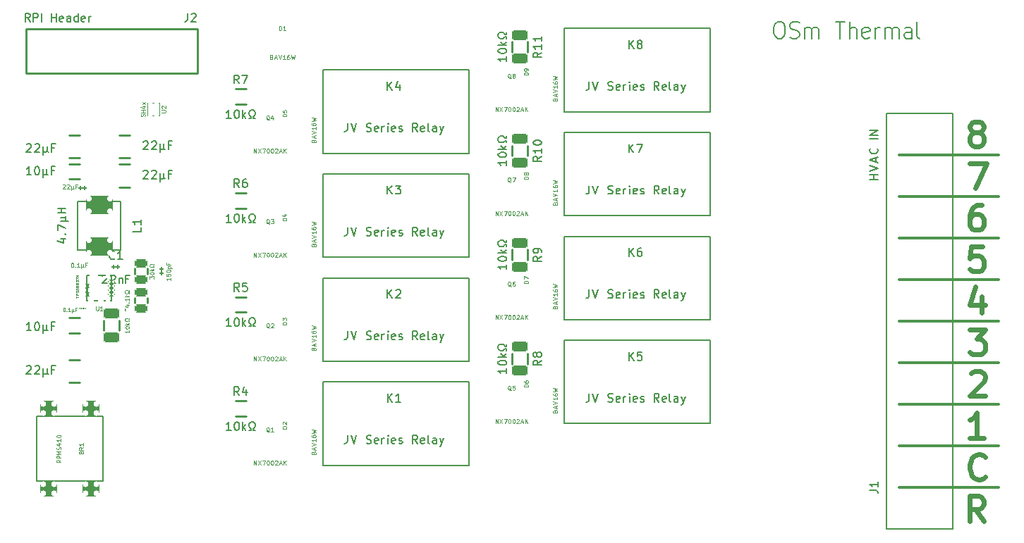
<source format=gbr>
G04 --- HEADER BEGIN --- *
G04 #@! TF.GenerationSoftware,LibrePCB,LibrePCB,1.0.0*
G04 #@! TF.CreationDate,2024-04-26T04:51:19*
G04 #@! TF.ProjectId,OSm Thermal,b11a65fa-6c4c-431c-8545-341aca355aaf,v1*
G04 #@! TF.Part,Single*
G04 #@! TF.SameCoordinates*
G04 #@! TF.FileFunction,Legend,Top*
G04 #@! TF.FilePolarity,Positive*
%FSLAX66Y66*%
%MOMM*%
G01*
G75*
G04 --- HEADER END --- *
G04 --- APERTURE LIST BEGIN --- *
%ADD10C,0.2*%
%ADD11C,0.25*%
%ADD12C,0.1*%
%ADD13C,0.3*%
%ADD14C,0.6*%
%ADD15C,0.08*%
%ADD16O,2.0X1.5*%
%AMROUNDEDRECT17*20,1,1.1,-0.225,0.0,0.225,0.0,0.0*20,1,0.45,-0.55,0.0,0.55,0.0,0.0*1,1,0.65,-0.225,0.225*1,1,0.65,0.225,0.225*1,1,0.65,0.225,-0.225*1,1,0.65,-0.225,-0.225*%
%ADD17ROUNDEDRECT17*%
%AMROUNDEDRECT18*20,1,2.2,-1.25,0.0,1.25,0.0,0.0*20,1,1.5,-1.6,0.0,1.6,0.0,0.0*1,1,0.7,-1.25,0.75*1,1,0.7,1.25,0.75*1,1,0.7,1.25,-0.75*1,1,0.7,-1.25,-0.75*%
%ADD18ROUNDEDRECT18*%
%AMROUNDEDRECT19*20,1,0.45,-0.2375,0.0,0.2375,0.0,0.0*20,1,0.125,-0.4,0.0,0.4,0.0,0.0*1,1,0.325,-0.2375,0.0625*1,1,0.325,0.2375,0.0625*1,1,0.325,0.2375,-0.0625*1,1,0.325,-0.2375,-0.0625*%
%ADD19ROUNDEDRECT19*%
%AMROUNDEDRECT20*20,1,0.45,-0.2375,0.0,0.2375,0.0,90.0*20,1,0.125,-0.4,0.0,0.4,0.0,90.0*1,1,0.325,-0.0625,-0.2375*1,1,0.325,-0.0625,0.2375*1,1,0.325,0.0625,0.2375*1,1,0.325,0.0625,-0.2375*%
%ADD20ROUNDEDRECT20*%
%AMROUNDEDRECT21*20,1,0.45,-0.2875,0.0,0.2875,0.0,0.0*20,1,0.125,-0.45,0.0,0.45,0.0,0.0*1,1,0.325,-0.2875,0.0625*1,1,0.325,0.2875,0.0625*1,1,0.325,0.2875,-0.0625*1,1,0.325,-0.2875,-0.0625*%
%ADD21ROUNDEDRECT21*%
%AMOUTLINE22*4,1,32,0.125881,-1.196593,0.175881,-1.183196,0.220711,-1.157314,0.257314,-1.120711,0.283196,-1.075881,0.296593,-1.025881,0.3,-1.0,0.3,1.0,0.296593,1.025881,0.283196,1.075881,0.257314,1.120711,0.220711,1.157314,0.175881,1.183196,0.125881,1.196593,0.1,1.2,-0.1,1.2,-0.125881,1.196593,-0.175881,1.183196,-0.220711,1.157314,-0.257314,1.120711,-0.283196,1.075881,-0.296593,1.025881,-0.3,1.0,-0.3,-1.0,-0.296593,-1.025881,-0.283196,-1.075881,-0.257314,-1.120711,-0.220711,-1.157314,-0.175881,-1.183196,-0.125881,-1.196593,-0.1,-1.2,0.1,-1.2,0.125881,-1.196593,180.0*%
%ADD22OUTLINE22*%
%AMROUNDEDRECT23*20,1,0.45,-0.8375,0.0,0.8375,0.0,90.0*20,1,0.125,-1.0,0.0,1.0,0.0,90.0*1,1,0.325,-0.0625,-0.8375*1,1,0.325,-0.0625,0.8375*1,1,0.325,0.0625,0.8375*1,1,0.325,0.0625,-0.8375*%
%ADD23ROUNDEDRECT23*%
%AMROUNDEDRECT24*20,1,0.6,-1.0,0.0,1.0,0.0,90.0*20,1,0.2,-1.2,0.0,1.2,0.0,90.0*1,1,0.4,-0.1,-1.0*1,1,0.4,-0.1,1.0*1,1,0.4,0.1,1.0*1,1,0.4,0.1,-1.0*%
%ADD24ROUNDEDRECT24*%
%AMROUNDEDRECT25*20,1,0.95,-0.625,0.0,0.625,0.0,0.0*20,1,0.75,-0.725,0.0,0.725,0.0,0.0*1,1,0.2,-0.625,0.375*1,1,0.2,0.625,0.375*1,1,0.2,0.625,-0.375*1,1,0.2,-0.625,-0.375*%
%ADD25ROUNDEDRECT25*%
%AMROUNDEDRECT26*20,1,1.25,-0.8,0.0,0.8,0.0,0.0*20,1,1.05,-0.9,0.0,0.9,0.0,0.0*1,1,0.2,-0.8,0.525*1,1,0.2,0.8,0.525*1,1,0.2,0.8,-0.525*1,1,0.2,-0.8,-0.525*%
%ADD26ROUNDEDRECT26*%
%AMROUNDEDRECT27*20,1,0.4,-0.1125,0.0,0.1125,0.0,0.0*20,1,0.2,-0.2125,0.0,0.2125,0.0,0.0*1,1,0.2,-0.1125,0.1*1,1,0.2,0.1125,0.1*1,1,0.2,0.1125,-0.1*1,1,0.2,-0.1125,-0.1*%
%ADD27ROUNDEDRECT27*%
%AMROUNDEDRECT28*20,1,1.25,-0.8,0.0,0.8,0.0,90.0*20,1,1.05,-0.9,0.0,0.9,0.0,90.0*1,1,0.2,-0.525,-0.8*1,1,0.2,-0.525,0.8*1,1,0.2,0.525,0.8*1,1,0.2,0.525,-0.8*%
%ADD28ROUNDEDRECT28*%
%AMROUNDEDRECT29*20,1,1.25,-1.25,0.0,1.25,0.0,90.0*20,1,1.05,-1.35,0.0,1.35,0.0,90.0*1,1,0.2,-0.525,-1.25*1,1,0.2,-0.525,1.25*1,1,0.2,0.525,1.25*1,1,0.2,0.525,-1.25*%
%ADD29ROUNDEDRECT29*%
%AMROUNDEDRECT30*20,1,0.9,-0.175,0.0,0.175,0.0,0.0*20,1,0.35,-0.45,0.0,0.45,0.0,0.0*1,1,0.55,-0.175,0.175*1,1,0.55,0.175,0.175*1,1,0.55,0.175,-0.175*1,1,0.55,-0.175,-0.175*%
%ADD30ROUNDEDRECT30*%
%AMROUNDEDRECT31*20,1,1.8,-0.652,0.0,0.652,0.0,0.0*20,1,1.104,-1.0,0.0,1.0,0.0,0.0*1,1,0.696,-0.652,0.552*1,1,0.696,0.652,0.552*1,1,0.696,0.652,-0.552*1,1,0.696,-0.652,-0.552*%
%ADD31ROUNDEDRECT31*%
%AMROUNDEDRECT32*20,1,0.5,-0.15,0.0,0.15,0.0,0.0*20,1,0.3,-0.25,0.0,0.25,0.0,0.0*1,1,0.2,-0.15,0.15*1,1,0.2,0.15,0.15*1,1,0.2,0.15,-0.15*1,1,0.2,-0.15,-0.15*%
%ADD32ROUNDEDRECT32*%
%AMROUNDEDRECT33*20,1,0.4,-0.1125,0.0,0.1125,0.0,90.0*20,1,0.2,-0.2125,0.0,0.2125,0.0,90.0*1,1,0.2,-0.1,-0.1125*1,1,0.2,-0.1,0.1125*1,1,0.2,0.1,0.1125*1,1,0.2,0.1,-0.1125*%
%ADD33ROUNDEDRECT33*%
%ADD34O,1.787X2.39*%
%AMROUNDEDRECT35*20,1,1.787,-1.095,0.0,1.095,0.0,90.0*20,1,1.587,-1.195,0.0,1.195,0.0,90.0*1,1,0.2,-0.7935,-1.095*1,1,0.2,-0.7935,1.095*1,1,0.2,0.7935,1.095*1,1,0.2,0.7935,-1.095*%
%ADD35ROUNDEDRECT35*%
%AMROUNDEDRECT36*20,1,0.5,-0.175,0.0,0.175,0.0,90.0*20,1,0.15,-0.35,0.0,0.35,0.0,90.0*1,1,0.35,-0.075,-0.175*1,1,0.35,-0.075,0.175*1,1,0.35,0.075,0.175*1,1,0.35,0.075,-0.175*%
%ADD36ROUNDEDRECT36*%
%ADD37O,2.2X3.0*%
%ADD38C,2.2*%
G04 --- APERTURE LIST END --- *
G04 --- BOARD BEGIN --- *
D10*
G04 #@! TO.C,K1*
X58350000Y-47300000D02*
X75850000Y-47300000D01*
X75850000Y-57300000D01*
X58350000Y-57300000D01*
X58350000Y-47300000D01*
G04 #@! TO.C,L1*
X34100000Y-25600000D02*
X34100000Y-31400000D01*
X28900000Y-31400000D01*
X28900000Y-25600000D01*
X34100000Y-25600000D01*
G04 #@! TO.C,U1*
X33000000Y-37500000D02*
X30000000Y-37500000D01*
X30000000Y-34500000D01*
X33000000Y-34500000D01*
X33000000Y-37500000D01*
D11*
G04 #@! TO.C,R2*
X35750000Y-33675000D02*
X35750000Y-34325000D01*
X37250000Y-33675000D02*
X37250000Y-34325000D01*
G04 #@! TO.C,R10*
X82925000Y-18875000D02*
X82925000Y-20125000D01*
X81075000Y-18875000D02*
X81075000Y-20125000D01*
G04 #@! TO.C,C4*
X27875000Y-39575000D02*
X29125000Y-39575000D01*
X27875000Y-41425000D02*
X29125000Y-41425000D01*
G04 #@! TO.C,C7*
X29125000Y-20375000D02*
X27875000Y-20375000D01*
X29125000Y-17625000D02*
X27875000Y-17625000D01*
G04 #@! TO.C,R3*
X35750000Y-37175000D02*
X35750000Y-37825000D01*
X37250000Y-37175000D02*
X37250000Y-37825000D01*
G04 #@! TO.C,R1*
X32075000Y-41125000D02*
X32075000Y-39875000D01*
X33925000Y-41125000D02*
X33925000Y-39875000D01*
G04 #@! TO.C,C3*
X27875000Y-44625000D02*
X29125000Y-44625000D01*
X27875000Y-47375000D02*
X29125000Y-47375000D01*
D10*
G04 #@! TO.C,BR1*
X31950000Y-51400000D02*
X31950000Y-59200000D01*
X23950000Y-59200000D01*
X23950000Y-51400000D01*
X31950000Y-51400000D01*
D11*
G04 #@! TO.C,R5*
X47875000Y-37075000D02*
X49125000Y-37075000D01*
X47875000Y-38925000D02*
X49125000Y-38925000D01*
D10*
G04 #@! TO.C,K2*
X58350000Y-34800000D02*
X75850000Y-34800000D01*
X75850000Y-44800000D01*
X58350000Y-44800000D01*
X58350000Y-34800000D01*
G04 #@! TO.C,K5*
X87350000Y-42300000D02*
X104850000Y-42300000D01*
X104850000Y-52300000D01*
X87350000Y-52300000D01*
X87350000Y-42300000D01*
G04 #@! TO.C,K4*
X58350000Y-9800000D02*
X75850000Y-9800000D01*
X75850000Y-19800000D01*
X58350000Y-19800000D01*
X58350000Y-9800000D01*
G04 #@! TO.C,K6*
X87350000Y-29800000D02*
X104850000Y-29800000D01*
X104850000Y-39800000D01*
X87350000Y-39800000D01*
X87350000Y-29800000D01*
G04 #@! TO.C,K3*
X58350000Y-22300000D02*
X75850000Y-22300000D01*
X75850000Y-32300000D01*
X58350000Y-32300000D01*
X58350000Y-22300000D01*
D11*
G04 #@! TO.C,J2*
X43285000Y-4835000D02*
X43285000Y-10165000D01*
X22715000Y-10165000D01*
X22715000Y-4835000D01*
X43285000Y-4835000D01*
G04 #@! TO.C,R4*
X47875000Y-49575000D02*
X49125000Y-49575000D01*
X47875000Y-51425000D02*
X49125000Y-51425000D01*
G04 #@! TO.C,R7*
X47875000Y-12075000D02*
X49125000Y-12075000D01*
X47875000Y-13925000D02*
X49125000Y-13925000D01*
G04 #@! TO.C,C6*
X29125000Y-22925000D02*
X27875000Y-22925000D01*
X29125000Y-21075000D02*
X27875000Y-21075000D01*
G04 #@! TO.C,R11*
X82925000Y-6375000D02*
X82925000Y-7625000D01*
X81075000Y-6375000D02*
X81075000Y-7625000D01*
G04 #@! TO.C,R8*
X82925000Y-43875000D02*
X82925000Y-45125000D01*
X81075000Y-43875000D02*
X81075000Y-45125000D01*
D12*
G04 #@! TO.C,U2*
X38750000Y-13750000D02*
X38750000Y-15250000D01*
X37250000Y-15250000D01*
X37250000Y-13750000D01*
X38750000Y-13750000D01*
D10*
G04 #@! TO.C,J1*
X126000000Y-65000000D02*
X126000000Y-15000000D01*
X134000000Y-15000000D01*
X134000000Y-65000000D01*
X126000000Y-65000000D01*
D11*
G04 #@! TO.C,R6*
X47875000Y-24575000D02*
X49125000Y-24575000D01*
X47875000Y-26425000D02*
X49125000Y-26425000D01*
G04 #@! TO.C,R9*
X82925000Y-31375000D02*
X82925000Y-32625000D01*
X81075000Y-31375000D02*
X81075000Y-32625000D01*
G04 #@! TO.C,C9*
X33875000Y-21125000D02*
X35125000Y-21125000D01*
X33875000Y-23875000D02*
X35125000Y-23875000D01*
G04 #@! TO.C,C8*
X33875000Y-17625000D02*
X35125000Y-17625000D01*
X33875000Y-20375000D02*
X35125000Y-20375000D01*
D10*
G04 #@! TO.C,K7*
X87350000Y-17300000D02*
X104850000Y-17300000D01*
X104850000Y-27300000D01*
X87350000Y-27300000D01*
X87350000Y-17300000D01*
G04 #@! TO.C,K8*
X87350000Y-4800000D02*
X104850000Y-4800000D01*
X104850000Y-14800000D01*
X87350000Y-14800000D01*
X87350000Y-4800000D01*
G04 #@! TD*
X112975556Y-4000000D02*
X113357778Y-4000000D01*
X113546667Y-4095556D01*
X113737778Y-4286667D01*
X113833333Y-4666667D01*
X113833333Y-5333333D01*
X113737778Y-5713333D01*
X113546667Y-5904444D01*
X113357778Y-6000000D01*
X112975556Y-6000000D01*
X112786667Y-5904444D01*
X112595556Y-5713333D01*
X112500000Y-5333333D01*
X112500000Y-4666667D01*
X112595556Y-4286667D01*
X112786667Y-4095556D01*
X112975556Y-4000000D01*
X114433333Y-5904444D02*
X114720000Y-6000000D01*
X115195555Y-6000000D01*
X115386666Y-5904444D01*
X115480000Y-5808889D01*
X115575555Y-5620000D01*
X115575555Y-5428889D01*
X115480000Y-5237778D01*
X115386666Y-5142222D01*
X115195555Y-5046667D01*
X114813333Y-4953333D01*
X114624444Y-4857778D01*
X114528889Y-4762222D01*
X114433333Y-4571111D01*
X114433333Y-4380000D01*
X114528889Y-4191111D01*
X114624444Y-4095556D01*
X114813333Y-4000000D01*
X115291111Y-4000000D01*
X115575555Y-4095556D01*
X116175555Y-6000000D02*
X116175555Y-4666667D01*
X116175555Y-4857778D02*
X116271111Y-4762222D01*
X116462222Y-4666667D01*
X116746666Y-4666667D01*
X116937777Y-4762222D01*
X117033333Y-4953333D01*
X117033333Y-6000000D01*
X117033333Y-4953333D02*
X117128888Y-4762222D01*
X117317777Y-4666667D01*
X117604444Y-4666667D01*
X117795555Y-4762222D01*
X117888888Y-4953333D01*
X117888888Y-6000000D01*
X119888887Y-4000000D02*
X121031109Y-4000000D01*
X120459998Y-6000000D02*
X120459998Y-4000000D01*
X121631109Y-6000000D02*
X121631109Y-4000000D01*
X122488887Y-6000000D02*
X122488887Y-4953333D01*
X122393331Y-4762222D01*
X122202220Y-4666667D01*
X121917776Y-4666667D01*
X121726665Y-4762222D01*
X121631109Y-4857778D01*
X123946665Y-5904444D02*
X123755554Y-6000000D01*
X123375554Y-6000000D01*
X123184443Y-5904444D01*
X123088887Y-5713333D01*
X123088887Y-4953333D01*
X123184443Y-4762222D01*
X123375554Y-4666667D01*
X123755554Y-4666667D01*
X123946665Y-4762222D01*
X124042220Y-4953333D01*
X124042220Y-5142222D01*
X123088887Y-5333333D01*
X124642220Y-6000000D02*
X124642220Y-4666667D01*
X124642220Y-5046667D02*
X124737776Y-4857778D01*
X124833331Y-4762222D01*
X125022220Y-4666667D01*
X125213331Y-4666667D01*
X125813331Y-6000000D02*
X125813331Y-4666667D01*
X125813331Y-4857778D02*
X125908887Y-4762222D01*
X126099998Y-4666667D01*
X126384442Y-4666667D01*
X126575553Y-4762222D01*
X126671109Y-4953333D01*
X126671109Y-6000000D01*
X126671109Y-4953333D02*
X126766664Y-4762222D01*
X126955553Y-4666667D01*
X127242220Y-4666667D01*
X127433331Y-4762222D01*
X127526664Y-4953333D01*
X127526664Y-6000000D01*
X129079997Y-6000000D02*
X129079997Y-4953333D01*
X128984442Y-4762222D01*
X128793331Y-4666667D01*
X128413331Y-4666667D01*
X128222220Y-4762222D01*
X129079997Y-5904444D02*
X128888886Y-6000000D01*
X128413331Y-6000000D01*
X128222220Y-5904444D01*
X128126664Y-5713333D01*
X128126664Y-5524444D01*
X128222220Y-5333333D01*
X128413331Y-5237778D01*
X128888886Y-5237778D01*
X129079997Y-5142222D01*
X129966664Y-6000000D02*
X129775553Y-5904444D01*
X129679997Y-5713333D01*
X129679997Y-4000000D01*
G04 #@! TO.C,K1*
X66128889Y-49700000D02*
X66128889Y-48700000D01*
X66700000Y-49700000D02*
X66272222Y-49128889D01*
X66700000Y-48700000D02*
X66128889Y-49271111D01*
X67671111Y-49700000D02*
X67100000Y-49700000D01*
X67385556Y-49700000D02*
X67385556Y-48700000D01*
X67290000Y-48843333D01*
X67195556Y-48937778D01*
X67100000Y-48985556D01*
D12*
G04 #@! TO.C,D6*
X83000000Y-47885556D02*
X82500000Y-47885556D01*
X82500000Y-47766667D01*
X82523889Y-47695000D01*
X82571667Y-47647223D01*
X82618889Y-47623889D01*
X82714444Y-47600000D01*
X82785556Y-47600000D01*
X82881111Y-47623889D01*
X82928333Y-47647223D01*
X82976111Y-47695000D01*
X83000000Y-47766667D01*
X83000000Y-47885556D01*
X82500000Y-47161667D02*
X82500000Y-47257222D01*
X82523889Y-47305000D01*
X82547778Y-47328333D01*
X82618889Y-47376111D01*
X82714444Y-47400000D01*
X82905000Y-47400000D01*
X82952222Y-47376111D01*
X82976111Y-47352222D01*
X83000000Y-47305000D01*
X83000000Y-47209444D01*
X82976111Y-47161667D01*
X82952222Y-47138333D01*
X82905000Y-47114444D01*
X82785556Y-47114444D01*
X82738333Y-47138333D01*
X82714444Y-47161667D01*
X82690556Y-47209444D01*
X82690556Y-47305000D01*
X82714444Y-47352222D01*
X82738333Y-47376111D01*
X82785556Y-47400000D01*
D10*
G04 #@! TO.C,L1*
X36500000Y-28747222D02*
X36500000Y-29223889D01*
X35500000Y-29223889D01*
X36500000Y-27776111D02*
X36500000Y-28347222D01*
X36500000Y-28061666D02*
X35500000Y-28061666D01*
X35643333Y-28157222D01*
X35737778Y-28251666D01*
X35785556Y-28347222D01*
D12*
G04 #@! TO.C,D7*
X83000000Y-35409444D02*
X82500000Y-35409444D01*
X82500000Y-35290555D01*
X82523889Y-35218888D01*
X82571667Y-35171111D01*
X82618889Y-35147777D01*
X82714444Y-35123888D01*
X82785556Y-35123888D01*
X82881111Y-35147777D01*
X82928333Y-35171111D01*
X82976111Y-35218888D01*
X83000000Y-35290555D01*
X83000000Y-35409444D01*
X82500000Y-34923888D02*
X82500000Y-34590555D01*
X83000000Y-34804999D01*
G04 #@! TO.C,D9*
X83000000Y-10385556D02*
X82500000Y-10385556D01*
X82500000Y-10266667D01*
X82523889Y-10195000D01*
X82571667Y-10147223D01*
X82618889Y-10123889D01*
X82714444Y-10100000D01*
X82785556Y-10100000D01*
X82881111Y-10123889D01*
X82928333Y-10147223D01*
X82976111Y-10195000D01*
X83000000Y-10266667D01*
X83000000Y-10385556D01*
X83000000Y-9852222D02*
X83000000Y-9757222D01*
X82976111Y-9709444D01*
X82952222Y-9685556D01*
X82881111Y-9638333D01*
X82785556Y-9614444D01*
X82595000Y-9614444D01*
X82547778Y-9638333D01*
X82523889Y-9661667D01*
X82500000Y-9709444D01*
X82500000Y-9805000D01*
X82523889Y-9852222D01*
X82547778Y-9876111D01*
X82595000Y-9900000D01*
X82714444Y-9900000D01*
X82761667Y-9876111D01*
X82785556Y-9852222D01*
X82809444Y-9805000D01*
X82809444Y-9709444D01*
X82785556Y-9661667D01*
X82761667Y-9638333D01*
X82714444Y-9614444D01*
G04 #@! TO.C,U1*
X31114444Y-38200000D02*
X31114444Y-38605000D01*
X31138333Y-38652222D01*
X31162222Y-38676111D01*
X31209444Y-38700000D01*
X31305000Y-38700000D01*
X31352777Y-38676111D01*
X31376111Y-38652222D01*
X31400000Y-38605000D01*
X31400000Y-38200000D01*
X31885556Y-38700000D02*
X31600000Y-38700000D01*
X31742778Y-38700000D02*
X31742778Y-38200000D01*
X31695000Y-38271667D01*
X31647778Y-38318889D01*
X31600000Y-38342778D01*
D10*
G04 #@! TO.C,R10*
X84600000Y-20185555D02*
X84123333Y-20518888D01*
X84600000Y-20756666D02*
X83600000Y-20756666D01*
X83600000Y-20375555D01*
X83647778Y-20279999D01*
X83695556Y-20233333D01*
X83790000Y-20185555D01*
X83933333Y-20185555D01*
X84028889Y-20233333D01*
X84076667Y-20279999D01*
X84123333Y-20375555D01*
X84123333Y-20756666D01*
X84600000Y-19214444D02*
X84600000Y-19785555D01*
X84600000Y-19499999D02*
X83600000Y-19499999D01*
X83743333Y-19595555D01*
X83837778Y-19689999D01*
X83885556Y-19785555D01*
X83600000Y-18576666D02*
X83600000Y-18481111D01*
X83647778Y-18385555D01*
X83695556Y-18337777D01*
X83790000Y-18291111D01*
X83981111Y-18243333D01*
X84218889Y-18243333D01*
X84410000Y-18291111D01*
X84504444Y-18337777D01*
X84552222Y-18385555D01*
X84600000Y-18481111D01*
X84600000Y-18576666D01*
X84552222Y-18671111D01*
X84504444Y-18718888D01*
X84410000Y-18766666D01*
X84218889Y-18814444D01*
X83981111Y-18814444D01*
X83790000Y-18766666D01*
X83695556Y-18718888D01*
X83647778Y-18671111D01*
X83600000Y-18576666D01*
D12*
G04 #@! TO.C,Q2*
X51923889Y-40797778D02*
X51876111Y-40773889D01*
X51828334Y-40726111D01*
X51757223Y-40655000D01*
X51709445Y-40631111D01*
X51661667Y-40631111D01*
X51685556Y-40750000D02*
X51638334Y-40726111D01*
X51590556Y-40678333D01*
X51566667Y-40583333D01*
X51566667Y-40416667D01*
X51590556Y-40321667D01*
X51638334Y-40273889D01*
X51685556Y-40250000D01*
X51781111Y-40250000D01*
X51828334Y-40273889D01*
X51876111Y-40321667D01*
X51900000Y-40416667D01*
X51900000Y-40583333D01*
X51876111Y-40678333D01*
X51828334Y-40726111D01*
X51781111Y-40750000D01*
X51685556Y-40750000D01*
X52147778Y-40297778D02*
X52171667Y-40273889D01*
X52218889Y-40250000D01*
X52338333Y-40250000D01*
X52385556Y-40273889D01*
X52409445Y-40297778D01*
X52433333Y-40345000D01*
X52433333Y-40392778D01*
X52409445Y-40464444D01*
X52123889Y-40750000D01*
X52433333Y-40750000D01*
G04 #@! TO.C,BR1*
X29338333Y-55761667D02*
X29361667Y-55690001D01*
X29385556Y-55666667D01*
X29433333Y-55642778D01*
X29505000Y-55642778D01*
X29552222Y-55666667D01*
X29576111Y-55690001D01*
X29600000Y-55737778D01*
X29600000Y-55928334D01*
X29100000Y-55928334D01*
X29100000Y-55761667D01*
X29123889Y-55713890D01*
X29147778Y-55690001D01*
X29195000Y-55666667D01*
X29242778Y-55666667D01*
X29290556Y-55690001D01*
X29314444Y-55713890D01*
X29338333Y-55761667D01*
X29338333Y-55928334D01*
X29600000Y-55157222D02*
X29361667Y-55323889D01*
X29600000Y-55442778D02*
X29100000Y-55442778D01*
X29100000Y-55252222D01*
X29123889Y-55204445D01*
X29147778Y-55181111D01*
X29195000Y-55157222D01*
X29266667Y-55157222D01*
X29314444Y-55181111D01*
X29338333Y-55204445D01*
X29361667Y-55252222D01*
X29361667Y-55442778D01*
X29600000Y-54671666D02*
X29600000Y-54957222D01*
X29600000Y-54814444D02*
X29100000Y-54814444D01*
X29171667Y-54862222D01*
X29218889Y-54909444D01*
X29242778Y-54957222D01*
D10*
G04 #@! TO.C,R5*
X48300000Y-36400000D02*
X47966667Y-35923333D01*
X47728889Y-36400000D02*
X47728889Y-35400000D01*
X48110000Y-35400000D01*
X48205556Y-35447778D01*
X48252222Y-35495556D01*
X48300000Y-35590000D01*
X48300000Y-35733333D01*
X48252222Y-35828889D01*
X48205556Y-35876667D01*
X48110000Y-35923333D01*
X47728889Y-35923333D01*
X49223333Y-35400000D02*
X48747778Y-35400000D01*
X48700000Y-35876667D01*
X48747778Y-35828889D01*
X48843333Y-35781111D01*
X49081111Y-35781111D01*
X49176667Y-35828889D01*
X49223333Y-35876667D01*
X49271111Y-35971111D01*
X49271111Y-36210000D01*
X49223333Y-36304444D01*
X49176667Y-36352222D01*
X49081111Y-36400000D01*
X48843333Y-36400000D01*
X48747778Y-36352222D01*
X48700000Y-36304444D01*
G04 #@! TO.C,K2*
X66105000Y-37200000D02*
X66105000Y-36200000D01*
X66676111Y-37200000D02*
X66248333Y-36628889D01*
X66676111Y-36200000D02*
X66105000Y-36771111D01*
X67123889Y-36295556D02*
X67171667Y-36247778D01*
X67266111Y-36200000D01*
X67505000Y-36200000D01*
X67599444Y-36247778D01*
X67647222Y-36295556D01*
X67695000Y-36390000D01*
X67695000Y-36485556D01*
X67647222Y-36628889D01*
X67076111Y-37200000D01*
X67695000Y-37200000D01*
G04 #@! TO.C,K5*
X95128889Y-44700000D02*
X95128889Y-43700000D01*
X95700000Y-44700000D02*
X95272222Y-44128889D01*
X95700000Y-43700000D02*
X95128889Y-44271111D01*
X96623333Y-43700000D02*
X96147778Y-43700000D01*
X96100000Y-44176667D01*
X96147778Y-44128889D01*
X96243333Y-44081111D01*
X96481111Y-44081111D01*
X96576667Y-44128889D01*
X96623333Y-44176667D01*
X96671111Y-44271111D01*
X96671111Y-44510000D01*
X96623333Y-44604444D01*
X96576667Y-44652222D01*
X96481111Y-44700000D01*
X96243333Y-44700000D01*
X96147778Y-44652222D01*
X96100000Y-44604444D01*
G04 #@! TO.C,K4*
X66105000Y-12200000D02*
X66105000Y-11200000D01*
X66676111Y-12200000D02*
X66248333Y-11628889D01*
X66676111Y-11200000D02*
X66105000Y-11771111D01*
X67552778Y-11533333D02*
X67552778Y-12200000D01*
X67313889Y-11152222D02*
X67076111Y-11866667D01*
X67695000Y-11866667D01*
D12*
G04 #@! TO.C,Q5*
X80935833Y-48297778D02*
X80888055Y-48273889D01*
X80840278Y-48226111D01*
X80769167Y-48155000D01*
X80721389Y-48131111D01*
X80673611Y-48131111D01*
X80697500Y-48250000D02*
X80650278Y-48226111D01*
X80602500Y-48178333D01*
X80578611Y-48083333D01*
X80578611Y-47916667D01*
X80602500Y-47821667D01*
X80650278Y-47773889D01*
X80697500Y-47750000D01*
X80793055Y-47750000D01*
X80840278Y-47773889D01*
X80888055Y-47821667D01*
X80911944Y-47916667D01*
X80911944Y-48083333D01*
X80888055Y-48178333D01*
X80840278Y-48226111D01*
X80793055Y-48250000D01*
X80697500Y-48250000D01*
X81397500Y-47750000D02*
X81159722Y-47750000D01*
X81135833Y-47988333D01*
X81159722Y-47964444D01*
X81207500Y-47940556D01*
X81326389Y-47940556D01*
X81374166Y-47964444D01*
X81397500Y-47988333D01*
X81421389Y-48035556D01*
X81421389Y-48155000D01*
X81397500Y-48202222D01*
X81374166Y-48226111D01*
X81326389Y-48250000D01*
X81207500Y-48250000D01*
X81159722Y-48226111D01*
X81135833Y-48202222D01*
D10*
G04 #@! TO.C,C1*
X33323889Y-32454444D02*
X33276111Y-32502222D01*
X33133889Y-32550000D01*
X33038333Y-32550000D01*
X32895000Y-32502222D01*
X32800556Y-32406667D01*
X32752778Y-32312222D01*
X32705000Y-32121111D01*
X32705000Y-31978889D01*
X32752778Y-31787778D01*
X32800556Y-31693333D01*
X32895000Y-31597778D01*
X33038333Y-31550000D01*
X33133889Y-31550000D01*
X33276111Y-31597778D01*
X33323889Y-31645556D01*
X34295000Y-32550000D02*
X33723889Y-32550000D01*
X34009445Y-32550000D02*
X34009445Y-31550000D01*
X33913889Y-31693333D01*
X33819445Y-31787778D01*
X33723889Y-31835556D01*
D12*
G04 #@! TO.C,D3*
X54000000Y-40397500D02*
X53500000Y-40397500D01*
X53500000Y-40278611D01*
X53523889Y-40206944D01*
X53571667Y-40159167D01*
X53618889Y-40135833D01*
X53714444Y-40111944D01*
X53785556Y-40111944D01*
X53881111Y-40135833D01*
X53928333Y-40159167D01*
X53976111Y-40206944D01*
X54000000Y-40278611D01*
X54000000Y-40397500D01*
X53500000Y-39911944D02*
X53500000Y-39602500D01*
X53690556Y-39769166D01*
X53690556Y-39697500D01*
X53714444Y-39650277D01*
X53738333Y-39626388D01*
X53785556Y-39602500D01*
X53905000Y-39602500D01*
X53952222Y-39626388D01*
X53976111Y-39650277D01*
X54000000Y-39697500D01*
X54000000Y-39840277D01*
X53976111Y-39888055D01*
X53952222Y-39911944D01*
D10*
G04 #@! TO.C,K6*
X95128889Y-32200000D02*
X95128889Y-31200000D01*
X95700000Y-32200000D02*
X95272222Y-31628889D01*
X95700000Y-31200000D02*
X95128889Y-31771111D01*
X96576667Y-31200000D02*
X96385556Y-31200000D01*
X96290000Y-31247778D01*
X96243333Y-31295556D01*
X96147778Y-31437778D01*
X96100000Y-31628889D01*
X96100000Y-32010000D01*
X96147778Y-32104444D01*
X96195556Y-32152222D01*
X96290000Y-32200000D01*
X96481111Y-32200000D01*
X96576667Y-32152222D01*
X96623333Y-32104444D01*
X96671111Y-32010000D01*
X96671111Y-31771111D01*
X96623333Y-31676667D01*
X96576667Y-31628889D01*
X96481111Y-31581111D01*
X96290000Y-31581111D01*
X96195556Y-31628889D01*
X96147778Y-31676667D01*
X96100000Y-31771111D01*
G04 #@! TO.C,K3*
X66105000Y-24700000D02*
X66105000Y-23700000D01*
X66676111Y-24700000D02*
X66248333Y-24128889D01*
X66676111Y-23700000D02*
X66105000Y-24271111D01*
X67076111Y-23700000D02*
X67695000Y-23700000D01*
X67361667Y-24081111D01*
X67505000Y-24081111D01*
X67599444Y-24128889D01*
X67647222Y-24176667D01*
X67695000Y-24271111D01*
X67695000Y-24510000D01*
X67647222Y-24604444D01*
X67599444Y-24652222D01*
X67505000Y-24700000D01*
X67219444Y-24700000D01*
X67123889Y-24652222D01*
X67076111Y-24604444D01*
D12*
G04 #@! TO.C,D2*
X54000000Y-52897500D02*
X53500000Y-52897500D01*
X53500000Y-52778611D01*
X53523889Y-52706944D01*
X53571667Y-52659167D01*
X53618889Y-52635833D01*
X53714444Y-52611944D01*
X53785556Y-52611944D01*
X53881111Y-52635833D01*
X53928333Y-52659167D01*
X53976111Y-52706944D01*
X54000000Y-52778611D01*
X54000000Y-52897500D01*
X53547778Y-52388055D02*
X53523889Y-52364166D01*
X53500000Y-52316944D01*
X53500000Y-52197500D01*
X53523889Y-52150277D01*
X53547778Y-52126388D01*
X53595000Y-52102500D01*
X53642778Y-52102500D01*
X53714444Y-52126388D01*
X54000000Y-52411944D01*
X54000000Y-52102500D01*
D10*
G04 #@! TO.C,J2*
X42111111Y-3000000D02*
X42111111Y-3714444D01*
X42063333Y-3856667D01*
X41967778Y-3952222D01*
X41825556Y-4000000D01*
X41730000Y-4000000D01*
X42558889Y-3095556D02*
X42606667Y-3047778D01*
X42701111Y-3000000D01*
X42940000Y-3000000D01*
X43034444Y-3047778D01*
X43082222Y-3095556D01*
X43130000Y-3190000D01*
X43130000Y-3285556D01*
X43082222Y-3428889D01*
X42511111Y-4000000D01*
X43130000Y-4000000D01*
D12*
G04 #@! TO.C,Q4*
X51923889Y-15797778D02*
X51876111Y-15773889D01*
X51828334Y-15726111D01*
X51757223Y-15655000D01*
X51709445Y-15631111D01*
X51661667Y-15631111D01*
X51685556Y-15750000D02*
X51638334Y-15726111D01*
X51590556Y-15678333D01*
X51566667Y-15583333D01*
X51566667Y-15416667D01*
X51590556Y-15321667D01*
X51638334Y-15273889D01*
X51685556Y-15250000D01*
X51781111Y-15250000D01*
X51828334Y-15273889D01*
X51876111Y-15321667D01*
X51900000Y-15416667D01*
X51900000Y-15583333D01*
X51876111Y-15678333D01*
X51828334Y-15726111D01*
X51781111Y-15750000D01*
X51685556Y-15750000D01*
X52362222Y-15416667D02*
X52362222Y-15750000D01*
X52242778Y-15226111D02*
X52123889Y-15583333D01*
X52433333Y-15583333D01*
G04 #@! TO.C,D8*
X83000000Y-22885556D02*
X82500000Y-22885556D01*
X82500000Y-22766667D01*
X82523889Y-22695000D01*
X82571667Y-22647223D01*
X82618889Y-22623889D01*
X82714444Y-22600000D01*
X82785556Y-22600000D01*
X82881111Y-22623889D01*
X82928333Y-22647223D01*
X82976111Y-22695000D01*
X83000000Y-22766667D01*
X83000000Y-22885556D01*
X82714444Y-22305000D02*
X82690556Y-22352222D01*
X82666667Y-22376111D01*
X82618889Y-22400000D01*
X82595000Y-22400000D01*
X82547778Y-22376111D01*
X82523889Y-22352222D01*
X82500000Y-22305000D01*
X82500000Y-22209444D01*
X82523889Y-22161667D01*
X82547778Y-22138333D01*
X82595000Y-22114444D01*
X82618889Y-22114444D01*
X82666667Y-22138333D01*
X82690556Y-22161667D01*
X82714444Y-22209444D01*
X82714444Y-22305000D01*
X82738333Y-22352222D01*
X82761667Y-22376111D01*
X82809444Y-22400000D01*
X82905000Y-22400000D01*
X82952222Y-22376111D01*
X82976111Y-22352222D01*
X83000000Y-22305000D01*
X83000000Y-22209444D01*
X82976111Y-22161667D01*
X82952222Y-22138333D01*
X82905000Y-22114444D01*
X82809444Y-22114444D01*
X82761667Y-22138333D01*
X82738333Y-22161667D01*
X82714444Y-22209444D01*
D10*
G04 #@! TO.C,R4*
X48276111Y-48900000D02*
X47942778Y-48423333D01*
X47705000Y-48900000D02*
X47705000Y-47900000D01*
X48086111Y-47900000D01*
X48181667Y-47947778D01*
X48228333Y-47995556D01*
X48276111Y-48090000D01*
X48276111Y-48233333D01*
X48228333Y-48328889D01*
X48181667Y-48376667D01*
X48086111Y-48423333D01*
X47705000Y-48423333D01*
X49152778Y-48233333D02*
X49152778Y-48900000D01*
X48913889Y-47852222D02*
X48676111Y-48566667D01*
X49295000Y-48566667D01*
D12*
G04 #@! TO.C,Q8*
X80935833Y-10797778D02*
X80888055Y-10773889D01*
X80840278Y-10726111D01*
X80769167Y-10655000D01*
X80721389Y-10631111D01*
X80673611Y-10631111D01*
X80697500Y-10750000D02*
X80650278Y-10726111D01*
X80602500Y-10678333D01*
X80578611Y-10583333D01*
X80578611Y-10416667D01*
X80602500Y-10321667D01*
X80650278Y-10273889D01*
X80697500Y-10250000D01*
X80793055Y-10250000D01*
X80840278Y-10273889D01*
X80888055Y-10321667D01*
X80911944Y-10416667D01*
X80911944Y-10583333D01*
X80888055Y-10678333D01*
X80840278Y-10726111D01*
X80793055Y-10750000D01*
X80697500Y-10750000D01*
X81230833Y-10464444D02*
X81183611Y-10440556D01*
X81159722Y-10416667D01*
X81135833Y-10368889D01*
X81135833Y-10345000D01*
X81159722Y-10297778D01*
X81183611Y-10273889D01*
X81230833Y-10250000D01*
X81326389Y-10250000D01*
X81374166Y-10273889D01*
X81397500Y-10297778D01*
X81421389Y-10345000D01*
X81421389Y-10368889D01*
X81397500Y-10416667D01*
X81374166Y-10440556D01*
X81326389Y-10464444D01*
X81230833Y-10464444D01*
X81183611Y-10488333D01*
X81159722Y-10511667D01*
X81135833Y-10559444D01*
X81135833Y-10655000D01*
X81159722Y-10702222D01*
X81183611Y-10726111D01*
X81230833Y-10750000D01*
X81326389Y-10750000D01*
X81374166Y-10726111D01*
X81397500Y-10702222D01*
X81421389Y-10655000D01*
X81421389Y-10559444D01*
X81397500Y-10511667D01*
X81374166Y-10488333D01*
X81326389Y-10464444D01*
D10*
G04 #@! TO.C,R7*
X48252222Y-11400000D02*
X47918889Y-10923333D01*
X47681111Y-11400000D02*
X47681111Y-10400000D01*
X48062222Y-10400000D01*
X48157778Y-10447778D01*
X48204444Y-10495556D01*
X48252222Y-10590000D01*
X48252222Y-10733333D01*
X48204444Y-10828889D01*
X48157778Y-10876667D01*
X48062222Y-10923333D01*
X47681111Y-10923333D01*
X48652222Y-10400000D02*
X49318889Y-10400000D01*
X48890000Y-11400000D01*
D12*
G04 #@! TO.C,Q3*
X51923889Y-28297778D02*
X51876111Y-28273889D01*
X51828334Y-28226111D01*
X51757223Y-28155000D01*
X51709445Y-28131111D01*
X51661667Y-28131111D01*
X51685556Y-28250000D02*
X51638334Y-28226111D01*
X51590556Y-28178333D01*
X51566667Y-28083333D01*
X51566667Y-27916667D01*
X51590556Y-27821667D01*
X51638334Y-27773889D01*
X51685556Y-27750000D01*
X51781111Y-27750000D01*
X51828334Y-27773889D01*
X51876111Y-27821667D01*
X51900000Y-27916667D01*
X51900000Y-28083333D01*
X51876111Y-28178333D01*
X51828334Y-28226111D01*
X51781111Y-28250000D01*
X51685556Y-28250000D01*
X52123889Y-27750000D02*
X52433333Y-27750000D01*
X52266667Y-27940556D01*
X52338333Y-27940556D01*
X52385556Y-27964444D01*
X52409445Y-27988333D01*
X52433333Y-28035556D01*
X52433333Y-28155000D01*
X52409445Y-28202222D01*
X52385556Y-28226111D01*
X52338333Y-28250000D01*
X52195556Y-28250000D01*
X52147778Y-28226111D01*
X52123889Y-28202222D01*
D10*
G04 #@! TO.C,R11*
X84600000Y-7685555D02*
X84123333Y-8018888D01*
X84600000Y-8256666D02*
X83600000Y-8256666D01*
X83600000Y-7875555D01*
X83647778Y-7779999D01*
X83695556Y-7733333D01*
X83790000Y-7685555D01*
X83933333Y-7685555D01*
X84028889Y-7733333D01*
X84076667Y-7779999D01*
X84123333Y-7875555D01*
X84123333Y-8256666D01*
X84600000Y-6714444D02*
X84600000Y-7285555D01*
X84600000Y-6999999D02*
X83600000Y-6999999D01*
X83743333Y-7095555D01*
X83837778Y-7189999D01*
X83885556Y-7285555D01*
X84600000Y-5743333D02*
X84600000Y-6314444D01*
X84600000Y-6028888D02*
X83600000Y-6028888D01*
X83743333Y-6124444D01*
X83837778Y-6218888D01*
X83885556Y-6314444D01*
G04 #@! TO.C,R8*
X84600000Y-44700000D02*
X84123333Y-45033333D01*
X84600000Y-45271111D02*
X83600000Y-45271111D01*
X83600000Y-44890000D01*
X83647778Y-44794444D01*
X83695556Y-44747778D01*
X83790000Y-44700000D01*
X83933333Y-44700000D01*
X84028889Y-44747778D01*
X84076667Y-44794444D01*
X84123333Y-44890000D01*
X84123333Y-45271111D01*
X84028889Y-44110000D02*
X83981111Y-44204444D01*
X83933333Y-44252222D01*
X83837778Y-44300000D01*
X83790000Y-44300000D01*
X83695556Y-44252222D01*
X83647778Y-44204444D01*
X83600000Y-44110000D01*
X83600000Y-43918889D01*
X83647778Y-43823333D01*
X83695556Y-43776667D01*
X83790000Y-43728889D01*
X83837778Y-43728889D01*
X83933333Y-43776667D01*
X83981111Y-43823333D01*
X84028889Y-43918889D01*
X84028889Y-44110000D01*
X84076667Y-44204444D01*
X84123333Y-44252222D01*
X84218889Y-44300000D01*
X84410000Y-44300000D01*
X84504444Y-44252222D01*
X84552222Y-44204444D01*
X84600000Y-44110000D01*
X84600000Y-43918889D01*
X84552222Y-43823333D01*
X84504444Y-43776667D01*
X84410000Y-43728889D01*
X84218889Y-43728889D01*
X84123333Y-43776667D01*
X84076667Y-43823333D01*
X84028889Y-43918889D01*
D12*
G04 #@! TO.C,D4*
X54000000Y-27897500D02*
X53500000Y-27897500D01*
X53500000Y-27778611D01*
X53523889Y-27706944D01*
X53571667Y-27659167D01*
X53618889Y-27635833D01*
X53714444Y-27611944D01*
X53785556Y-27611944D01*
X53881111Y-27635833D01*
X53928333Y-27659167D01*
X53976111Y-27706944D01*
X54000000Y-27778611D01*
X54000000Y-27897500D01*
X53666667Y-27173611D02*
X54000000Y-27173611D01*
X53476111Y-27293055D02*
X53833333Y-27411944D01*
X53833333Y-27102500D01*
G04 #@! TO.C,Q1*
X51935833Y-53297778D02*
X51888055Y-53273889D01*
X51840278Y-53226111D01*
X51769167Y-53155000D01*
X51721389Y-53131111D01*
X51673611Y-53131111D01*
X51697500Y-53250000D02*
X51650278Y-53226111D01*
X51602500Y-53178333D01*
X51578611Y-53083333D01*
X51578611Y-52916667D01*
X51602500Y-52821667D01*
X51650278Y-52773889D01*
X51697500Y-52750000D01*
X51793055Y-52750000D01*
X51840278Y-52773889D01*
X51888055Y-52821667D01*
X51911944Y-52916667D01*
X51911944Y-53083333D01*
X51888055Y-53178333D01*
X51840278Y-53226111D01*
X51793055Y-53250000D01*
X51697500Y-53250000D01*
X52421389Y-53250000D02*
X52135833Y-53250000D01*
X52278611Y-53250000D02*
X52278611Y-52750000D01*
X52230833Y-52821667D01*
X52183611Y-52868889D01*
X52135833Y-52892778D01*
G04 #@! TO.C,U2*
X39000000Y-14897500D02*
X39405000Y-14897500D01*
X39452222Y-14873611D01*
X39476111Y-14849722D01*
X39500000Y-14802500D01*
X39500000Y-14706944D01*
X39476111Y-14659167D01*
X39452222Y-14635833D01*
X39405000Y-14611944D01*
X39000000Y-14611944D01*
X39047778Y-14388055D02*
X39023889Y-14364166D01*
X39000000Y-14316944D01*
X39000000Y-14197500D01*
X39023889Y-14150277D01*
X39047778Y-14126388D01*
X39095000Y-14102500D01*
X39142778Y-14102500D01*
X39214444Y-14126388D01*
X39500000Y-14411944D01*
X39500000Y-14102500D01*
G04 #@! TO.C,Q7*
X80911945Y-23297778D02*
X80864167Y-23273889D01*
X80816390Y-23226111D01*
X80745279Y-23155000D01*
X80697501Y-23131111D01*
X80649723Y-23131111D01*
X80673612Y-23250000D02*
X80626390Y-23226111D01*
X80578612Y-23178333D01*
X80554723Y-23083333D01*
X80554723Y-22916667D01*
X80578612Y-22821667D01*
X80626390Y-22773889D01*
X80673612Y-22750000D01*
X80769167Y-22750000D01*
X80816390Y-22773889D01*
X80864167Y-22821667D01*
X80888056Y-22916667D01*
X80888056Y-23083333D01*
X80864167Y-23178333D01*
X80816390Y-23226111D01*
X80769167Y-23250000D01*
X80673612Y-23250000D01*
X81111945Y-22750000D02*
X81445278Y-22750000D01*
X81230834Y-23250000D01*
D10*
G04 #@! TO.C,J1*
X124000000Y-60295000D02*
X124714444Y-60295000D01*
X124856667Y-60342778D01*
X124952222Y-60438333D01*
X125000000Y-60580555D01*
X125000000Y-60676111D01*
X125000000Y-59323889D02*
X125000000Y-59895000D01*
X125000000Y-59609444D02*
X124000000Y-59609444D01*
X124143333Y-59705000D01*
X124237778Y-59799444D01*
X124285556Y-59895000D01*
G04 #@! TO.C,R6*
X48300000Y-23900000D02*
X47966667Y-23423333D01*
X47728889Y-23900000D02*
X47728889Y-22900000D01*
X48110000Y-22900000D01*
X48205556Y-22947778D01*
X48252222Y-22995556D01*
X48300000Y-23090000D01*
X48300000Y-23233333D01*
X48252222Y-23328889D01*
X48205556Y-23376667D01*
X48110000Y-23423333D01*
X47728889Y-23423333D01*
X49176667Y-22900000D02*
X48985556Y-22900000D01*
X48890000Y-22947778D01*
X48843333Y-22995556D01*
X48747778Y-23137778D01*
X48700000Y-23328889D01*
X48700000Y-23710000D01*
X48747778Y-23804444D01*
X48795556Y-23852222D01*
X48890000Y-23900000D01*
X49081111Y-23900000D01*
X49176667Y-23852222D01*
X49223333Y-23804444D01*
X49271111Y-23710000D01*
X49271111Y-23471111D01*
X49223333Y-23376667D01*
X49176667Y-23328889D01*
X49081111Y-23281111D01*
X48890000Y-23281111D01*
X48795556Y-23328889D01*
X48747778Y-23376667D01*
X48700000Y-23471111D01*
G04 #@! TO.C,R9*
X84600000Y-32200000D02*
X84123333Y-32533333D01*
X84600000Y-32771111D02*
X83600000Y-32771111D01*
X83600000Y-32390000D01*
X83647778Y-32294444D01*
X83695556Y-32247778D01*
X83790000Y-32200000D01*
X83933333Y-32200000D01*
X84028889Y-32247778D01*
X84076667Y-32294444D01*
X84123333Y-32390000D01*
X84123333Y-32771111D01*
X84600000Y-31704444D02*
X84600000Y-31514444D01*
X84552222Y-31418889D01*
X84504444Y-31371111D01*
X84362222Y-31276667D01*
X84171111Y-31228889D01*
X83790000Y-31228889D01*
X83695556Y-31276667D01*
X83647778Y-31323333D01*
X83600000Y-31418889D01*
X83600000Y-31610000D01*
X83647778Y-31704444D01*
X83695556Y-31752222D01*
X83790000Y-31800000D01*
X84028889Y-31800000D01*
X84123333Y-31752222D01*
X84171111Y-31704444D01*
X84218889Y-31610000D01*
X84218889Y-31418889D01*
X84171111Y-31323333D01*
X84123333Y-31276667D01*
X84028889Y-31228889D01*
D12*
G04 #@! TO.C,D5*
X54000000Y-15385556D02*
X53500000Y-15385556D01*
X53500000Y-15266667D01*
X53523889Y-15195000D01*
X53571667Y-15147223D01*
X53618889Y-15123889D01*
X53714444Y-15100000D01*
X53785556Y-15100000D01*
X53881111Y-15123889D01*
X53928333Y-15147223D01*
X53976111Y-15195000D01*
X54000000Y-15266667D01*
X54000000Y-15385556D01*
X53500000Y-14638333D02*
X53500000Y-14876111D01*
X53738333Y-14900000D01*
X53714444Y-14876111D01*
X53690556Y-14828333D01*
X53690556Y-14709444D01*
X53714444Y-14661667D01*
X53738333Y-14638333D01*
X53785556Y-14614444D01*
X53905000Y-14614444D01*
X53952222Y-14638333D01*
X53976111Y-14661667D01*
X54000000Y-14709444D01*
X54000000Y-14828333D01*
X53976111Y-14876111D01*
X53952222Y-14900000D01*
D10*
G04 #@! TO.C,K7*
X95081111Y-19700000D02*
X95081111Y-18700000D01*
X95652222Y-19700000D02*
X95224444Y-19128889D01*
X95652222Y-18700000D02*
X95081111Y-19271111D01*
X96052222Y-18700000D02*
X96718889Y-18700000D01*
X96290000Y-19700000D01*
G04 #@! TO.C,K8*
X95128889Y-7200000D02*
X95128889Y-6200000D01*
X95700000Y-7200000D02*
X95272222Y-6628889D01*
X95700000Y-6200000D02*
X95128889Y-6771111D01*
X96290000Y-6628889D02*
X96195556Y-6581111D01*
X96147778Y-6533333D01*
X96100000Y-6437778D01*
X96100000Y-6390000D01*
X96147778Y-6295556D01*
X96195556Y-6247778D01*
X96290000Y-6200000D01*
X96481111Y-6200000D01*
X96576667Y-6247778D01*
X96623333Y-6295556D01*
X96671111Y-6390000D01*
X96671111Y-6437778D01*
X96623333Y-6533333D01*
X96576667Y-6581111D01*
X96481111Y-6628889D01*
X96290000Y-6628889D01*
X96195556Y-6676667D01*
X96147778Y-6723333D01*
X96100000Y-6818889D01*
X96100000Y-7010000D01*
X96147778Y-7104444D01*
X96195556Y-7152222D01*
X96290000Y-7200000D01*
X96481111Y-7200000D01*
X96576667Y-7152222D01*
X96623333Y-7104444D01*
X96671111Y-7010000D01*
X96671111Y-6818889D01*
X96623333Y-6723333D01*
X96576667Y-6676667D01*
X96481111Y-6628889D01*
D12*
G04 #@! TO.C,Q6*
X80935833Y-35797778D02*
X80888055Y-35773889D01*
X80840278Y-35726111D01*
X80769167Y-35655000D01*
X80721389Y-35631111D01*
X80673611Y-35631111D01*
X80697500Y-35750000D02*
X80650278Y-35726111D01*
X80602500Y-35678333D01*
X80578611Y-35583333D01*
X80578611Y-35416667D01*
X80602500Y-35321667D01*
X80650278Y-35273889D01*
X80697500Y-35250000D01*
X80793055Y-35250000D01*
X80840278Y-35273889D01*
X80888055Y-35321667D01*
X80911944Y-35416667D01*
X80911944Y-35583333D01*
X80888055Y-35678333D01*
X80840278Y-35726111D01*
X80793055Y-35750000D01*
X80697500Y-35750000D01*
X81374166Y-35250000D02*
X81278611Y-35250000D01*
X81230833Y-35273889D01*
X81207500Y-35297778D01*
X81159722Y-35368889D01*
X81135833Y-35464444D01*
X81135833Y-35655000D01*
X81159722Y-35702222D01*
X81183611Y-35726111D01*
X81230833Y-35750000D01*
X81326389Y-35750000D01*
X81374166Y-35726111D01*
X81397500Y-35702222D01*
X81421389Y-35655000D01*
X81421389Y-35535556D01*
X81397500Y-35488333D01*
X81374166Y-35464444D01*
X81326389Y-35440556D01*
X81230833Y-35440556D01*
X81183611Y-35464444D01*
X81159722Y-35488333D01*
X81135833Y-35535556D01*
G04 #@! TO.C,D1*
X53114444Y-5000000D02*
X53114444Y-4500000D01*
X53233333Y-4500000D01*
X53305000Y-4523889D01*
X53352777Y-4571667D01*
X53376111Y-4618889D01*
X53400000Y-4714444D01*
X53400000Y-4785556D01*
X53376111Y-4881111D01*
X53352777Y-4928333D01*
X53305000Y-4976111D01*
X53233333Y-5000000D01*
X53114444Y-5000000D01*
X53885556Y-5000000D02*
X53600000Y-5000000D01*
X53742778Y-5000000D02*
X53742778Y-4500000D01*
X53695000Y-4571667D01*
X53647778Y-4618889D01*
X53600000Y-4642778D01*
D13*
G04 #@! TD*
X139500000Y-60000000D02*
X127500000Y-60000000D01*
X139500000Y-40000000D02*
X127500000Y-40000000D01*
X139500000Y-30000000D02*
X127500000Y-30000000D01*
X127500000Y-20000000D02*
X139500000Y-20000000D01*
X139500000Y-55000000D02*
X127500000Y-55000000D01*
X139500000Y-50000000D02*
X127500000Y-50000000D01*
X139500000Y-35000000D02*
X127500000Y-35000000D01*
X139500000Y-25000000D02*
X127500000Y-25000000D01*
X139500000Y-45000000D02*
X127500000Y-45000000D01*
D14*
X137570000Y-31000000D02*
X136143333Y-31000000D01*
X136000000Y-32430000D01*
X136143333Y-32286667D01*
X136430000Y-32143333D01*
X137143333Y-32143333D01*
X137430000Y-32286667D01*
X137570000Y-32430000D01*
X137713333Y-32713333D01*
X137713333Y-33430000D01*
X137570000Y-33713333D01*
X137430000Y-33856667D01*
X137143333Y-34000000D01*
X136430000Y-34000000D01*
X136143333Y-33856667D01*
X136000000Y-33713333D01*
X136000000Y-41000000D02*
X137856667Y-41000000D01*
X136856667Y-42143333D01*
X137286667Y-42143333D01*
X137570000Y-42286667D01*
X137713333Y-42430000D01*
X137856667Y-42713333D01*
X137856667Y-43430000D01*
X137713333Y-43713333D01*
X137570000Y-43856667D01*
X137286667Y-44000000D01*
X136430000Y-44000000D01*
X136143333Y-43856667D01*
X136000000Y-43713333D01*
X137430000Y-26000000D02*
X136856667Y-26000000D01*
X136570000Y-26143333D01*
X136430000Y-26286667D01*
X136143333Y-26713333D01*
X136000000Y-27286667D01*
X136000000Y-28430000D01*
X136143333Y-28713333D01*
X136286667Y-28856667D01*
X136570000Y-29000000D01*
X137143333Y-29000000D01*
X137430000Y-28856667D01*
X137570000Y-28713333D01*
X137713333Y-28430000D01*
X137713333Y-27713333D01*
X137570000Y-27430000D01*
X137430000Y-27286667D01*
X137143333Y-27143333D01*
X136570000Y-27143333D01*
X136286667Y-27286667D01*
X136143333Y-27430000D01*
X136000000Y-27713333D01*
X136570000Y-17286667D02*
X136286667Y-17143333D01*
X136143333Y-17000000D01*
X136000000Y-16713333D01*
X136000000Y-16570000D01*
X136143333Y-16286667D01*
X136286667Y-16143333D01*
X136570000Y-16000000D01*
X137143333Y-16000000D01*
X137430000Y-16143333D01*
X137570000Y-16286667D01*
X137713333Y-16570000D01*
X137713333Y-16713333D01*
X137570000Y-17000000D01*
X137430000Y-17143333D01*
X137143333Y-17286667D01*
X136570000Y-17286667D01*
X136286667Y-17430000D01*
X136143333Y-17570000D01*
X136000000Y-17856667D01*
X136000000Y-18430000D01*
X136143333Y-18713333D01*
X136286667Y-18856667D01*
X136570000Y-19000000D01*
X137143333Y-19000000D01*
X137430000Y-18856667D01*
X137570000Y-18713333D01*
X137713333Y-18430000D01*
X137713333Y-17856667D01*
X137570000Y-17570000D01*
X137430000Y-17430000D01*
X137143333Y-17286667D01*
X136143333Y-46286667D02*
X136286667Y-46143333D01*
X136570000Y-46000000D01*
X137286667Y-46000000D01*
X137570000Y-46143333D01*
X137713333Y-46286667D01*
X137856667Y-46570000D01*
X137856667Y-46856667D01*
X137713333Y-47286667D01*
X136000000Y-49000000D01*
X137856667Y-49000000D01*
X137856667Y-58713333D02*
X137713333Y-58856667D01*
X137286667Y-59000000D01*
X137000000Y-59000000D01*
X136570000Y-58856667D01*
X136286667Y-58570000D01*
X136143333Y-58286667D01*
X136000000Y-57713333D01*
X136000000Y-57286667D01*
X136143333Y-56713333D01*
X136286667Y-56430000D01*
X136570000Y-56143333D01*
X137000000Y-56000000D01*
X137286667Y-56000000D01*
X137713333Y-56143333D01*
X137856667Y-56286667D01*
X137713333Y-64000000D02*
X136713333Y-62570000D01*
X136000000Y-64000000D02*
X136000000Y-61000000D01*
X137143333Y-61000000D01*
X137430000Y-61143333D01*
X137570000Y-61286667D01*
X137713333Y-61570000D01*
X137713333Y-62000000D01*
X137570000Y-62286667D01*
X137430000Y-62430000D01*
X137143333Y-62570000D01*
X136000000Y-62570000D01*
X137430000Y-37000000D02*
X137430000Y-39000000D01*
X136713333Y-35856667D02*
X136000000Y-38000000D01*
X137856667Y-38000000D01*
X137713333Y-54000000D02*
X136000000Y-54000000D01*
X136856667Y-54000000D02*
X136856667Y-51000000D01*
X136570000Y-51430000D01*
X136286667Y-51713333D01*
X136000000Y-51856667D01*
X136000000Y-21000000D02*
X138000000Y-21000000D01*
X136713333Y-24000000D01*
D10*
G04 #@! TO.C,K1*
X61317778Y-53700000D02*
X61317778Y-54414444D01*
X61270000Y-54556667D01*
X61174445Y-54652222D01*
X61032223Y-54700000D01*
X60936667Y-54700000D01*
X61717778Y-53700000D02*
X62051111Y-54700000D01*
X62384445Y-53700000D01*
X63584444Y-54652222D02*
X63727777Y-54700000D01*
X63965555Y-54700000D01*
X64061111Y-54652222D01*
X64107777Y-54604444D01*
X64155555Y-54510000D01*
X64155555Y-54414444D01*
X64107777Y-54318889D01*
X64061111Y-54271111D01*
X63965555Y-54223333D01*
X63774444Y-54176667D01*
X63680000Y-54128889D01*
X63632222Y-54081111D01*
X63584444Y-53985556D01*
X63584444Y-53890000D01*
X63632222Y-53795556D01*
X63680000Y-53747778D01*
X63774444Y-53700000D01*
X64013333Y-53700000D01*
X64155555Y-53747778D01*
X64984444Y-54652222D02*
X64888888Y-54700000D01*
X64698888Y-54700000D01*
X64603333Y-54652222D01*
X64555555Y-54556667D01*
X64555555Y-54176667D01*
X64603333Y-54081111D01*
X64698888Y-54033333D01*
X64888888Y-54033333D01*
X64984444Y-54081111D01*
X65032222Y-54176667D01*
X65032222Y-54271111D01*
X64555555Y-54366667D01*
X65432222Y-54700000D02*
X65432222Y-54033333D01*
X65432222Y-54223333D02*
X65480000Y-54128889D01*
X65527778Y-54081111D01*
X65622222Y-54033333D01*
X65717778Y-54033333D01*
X66165556Y-54700000D02*
X66165556Y-54033333D01*
X66165556Y-53700000D02*
X66117778Y-53747778D01*
X66165556Y-53795556D01*
X66213334Y-53747778D01*
X66165556Y-53700000D01*
X66165556Y-53795556D01*
X67042223Y-54652222D02*
X66946667Y-54700000D01*
X66756667Y-54700000D01*
X66661112Y-54652222D01*
X66613334Y-54556667D01*
X66613334Y-54176667D01*
X66661112Y-54081111D01*
X66756667Y-54033333D01*
X66946667Y-54033333D01*
X67042223Y-54081111D01*
X67090001Y-54176667D01*
X67090001Y-54271111D01*
X66613334Y-54366667D01*
X67490001Y-54652222D02*
X67585557Y-54700000D01*
X67775557Y-54700000D01*
X67871112Y-54652222D01*
X67918890Y-54556667D01*
X67918890Y-54510000D01*
X67871112Y-54414444D01*
X67775557Y-54366667D01*
X67633334Y-54366667D01*
X67537779Y-54318889D01*
X67490001Y-54223333D01*
X67490001Y-54176667D01*
X67537779Y-54081111D01*
X67633334Y-54033333D01*
X67775557Y-54033333D01*
X67871112Y-54081111D01*
X69690000Y-54700000D02*
X69356667Y-54223333D01*
X69118889Y-54700000D02*
X69118889Y-53700000D01*
X69500000Y-53700000D01*
X69595556Y-53747778D01*
X69642222Y-53795556D01*
X69690000Y-53890000D01*
X69690000Y-54033333D01*
X69642222Y-54128889D01*
X69595556Y-54176667D01*
X69500000Y-54223333D01*
X69118889Y-54223333D01*
X70518889Y-54652222D02*
X70423333Y-54700000D01*
X70233333Y-54700000D01*
X70137778Y-54652222D01*
X70090000Y-54556667D01*
X70090000Y-54176667D01*
X70137778Y-54081111D01*
X70233333Y-54033333D01*
X70423333Y-54033333D01*
X70518889Y-54081111D01*
X70566667Y-54176667D01*
X70566667Y-54271111D01*
X70090000Y-54366667D01*
X71110000Y-54700000D02*
X71014445Y-54652222D01*
X70966667Y-54556667D01*
X70966667Y-53700000D01*
X71986667Y-54700000D02*
X71986667Y-54176667D01*
X71938889Y-54081111D01*
X71843333Y-54033333D01*
X71653333Y-54033333D01*
X71557778Y-54081111D01*
X71986667Y-54652222D02*
X71891111Y-54700000D01*
X71653333Y-54700000D01*
X71557778Y-54652222D01*
X71510000Y-54556667D01*
X71510000Y-54462222D01*
X71557778Y-54366667D01*
X71653333Y-54318889D01*
X71891111Y-54318889D01*
X71986667Y-54271111D01*
X72386667Y-54033333D02*
X72624445Y-54700000D01*
X72863334Y-54033333D02*
X72624445Y-54700000D01*
X72530000Y-54937778D01*
X72482223Y-54985556D01*
X72386667Y-55033333D01*
D12*
G04 #@! TO.C,D6*
X86238333Y-50809166D02*
X86261667Y-50737500D01*
X86285556Y-50714166D01*
X86333333Y-50690277D01*
X86405000Y-50690277D01*
X86452222Y-50714166D01*
X86476111Y-50737500D01*
X86500000Y-50785277D01*
X86500000Y-50975833D01*
X86000000Y-50975833D01*
X86000000Y-50809166D01*
X86023889Y-50761389D01*
X86047778Y-50737500D01*
X86095000Y-50714166D01*
X86142778Y-50714166D01*
X86190556Y-50737500D01*
X86214444Y-50761389D01*
X86238333Y-50809166D01*
X86238333Y-50975833D01*
X86357222Y-50442499D02*
X86357222Y-50204721D01*
X86500000Y-50490277D02*
X86000000Y-50323610D01*
X86500000Y-50156944D01*
X86000000Y-49956944D02*
X86500000Y-49790277D01*
X86000000Y-49623611D01*
X86500000Y-49138055D02*
X86500000Y-49423611D01*
X86500000Y-49280833D02*
X86000000Y-49280833D01*
X86071667Y-49328611D01*
X86118889Y-49375833D01*
X86142778Y-49423611D01*
X86000000Y-48699722D02*
X86000000Y-48795277D01*
X86023889Y-48843055D01*
X86047778Y-48866388D01*
X86118889Y-48914166D01*
X86214444Y-48938055D01*
X86405000Y-48938055D01*
X86452222Y-48914166D01*
X86476111Y-48890277D01*
X86500000Y-48843055D01*
X86500000Y-48747499D01*
X86476111Y-48699722D01*
X86452222Y-48676388D01*
X86405000Y-48652499D01*
X86285556Y-48652499D01*
X86238333Y-48676388D01*
X86214444Y-48699722D01*
X86190556Y-48747499D01*
X86190556Y-48843055D01*
X86214444Y-48890277D01*
X86238333Y-48914166D01*
X86285556Y-48938055D01*
X86000000Y-48452499D02*
X86500000Y-48333610D01*
X86142778Y-48238055D01*
X86500000Y-48143055D01*
X86000000Y-48024166D01*
D10*
G04 #@! TO.C,L1*
X26833333Y-30108889D02*
X27500000Y-30108889D01*
X26452222Y-30347778D02*
X27166667Y-30585556D01*
X27166667Y-29966667D01*
X27404444Y-29518889D02*
X27452222Y-29471111D01*
X27500000Y-29518889D01*
X27452222Y-29566667D01*
X27404444Y-29518889D01*
X27500000Y-29518889D01*
X26500000Y-29071111D02*
X26500000Y-28404444D01*
X27500000Y-28833333D01*
X26833333Y-28004444D02*
X27833333Y-28004444D01*
X27356667Y-27527777D02*
X27452222Y-27481111D01*
X27500000Y-27385555D01*
X27356667Y-28004444D02*
X27452222Y-27956666D01*
X27500000Y-27861111D01*
X27500000Y-27671111D01*
X27452222Y-27575555D01*
X27356667Y-27527777D01*
X26833333Y-27527777D01*
X27500000Y-26985555D02*
X26500000Y-26985555D01*
X26976667Y-26985555D02*
X26976667Y-26414444D01*
X27500000Y-26414444D02*
X26500000Y-26414444D01*
D12*
G04 #@! TO.C,D7*
X86238333Y-38309166D02*
X86261667Y-38237500D01*
X86285556Y-38214166D01*
X86333333Y-38190277D01*
X86405000Y-38190277D01*
X86452222Y-38214166D01*
X86476111Y-38237500D01*
X86500000Y-38285277D01*
X86500000Y-38475833D01*
X86000000Y-38475833D01*
X86000000Y-38309166D01*
X86023889Y-38261389D01*
X86047778Y-38237500D01*
X86095000Y-38214166D01*
X86142778Y-38214166D01*
X86190556Y-38237500D01*
X86214444Y-38261389D01*
X86238333Y-38309166D01*
X86238333Y-38475833D01*
X86357222Y-37942499D02*
X86357222Y-37704721D01*
X86500000Y-37990277D02*
X86000000Y-37823610D01*
X86500000Y-37656944D01*
X86000000Y-37456944D02*
X86500000Y-37290277D01*
X86000000Y-37123611D01*
X86500000Y-36638055D02*
X86500000Y-36923611D01*
X86500000Y-36780833D02*
X86000000Y-36780833D01*
X86071667Y-36828611D01*
X86118889Y-36875833D01*
X86142778Y-36923611D01*
X86000000Y-36199722D02*
X86000000Y-36295277D01*
X86023889Y-36343055D01*
X86047778Y-36366388D01*
X86118889Y-36414166D01*
X86214444Y-36438055D01*
X86405000Y-36438055D01*
X86452222Y-36414166D01*
X86476111Y-36390277D01*
X86500000Y-36343055D01*
X86500000Y-36247499D01*
X86476111Y-36199722D01*
X86452222Y-36176388D01*
X86405000Y-36152499D01*
X86285556Y-36152499D01*
X86238333Y-36176388D01*
X86214444Y-36199722D01*
X86190556Y-36247499D01*
X86190556Y-36343055D01*
X86214444Y-36390277D01*
X86238333Y-36414166D01*
X86285556Y-36438055D01*
X86000000Y-35952499D02*
X86500000Y-35833610D01*
X86142778Y-35738055D01*
X86500000Y-35643055D01*
X86000000Y-35524166D01*
G04 #@! TO.C,D9*
X86238333Y-13309166D02*
X86261667Y-13237500D01*
X86285556Y-13214166D01*
X86333333Y-13190277D01*
X86405000Y-13190277D01*
X86452222Y-13214166D01*
X86476111Y-13237500D01*
X86500000Y-13285277D01*
X86500000Y-13475833D01*
X86000000Y-13475833D01*
X86000000Y-13309166D01*
X86023889Y-13261389D01*
X86047778Y-13237500D01*
X86095000Y-13214166D01*
X86142778Y-13214166D01*
X86190556Y-13237500D01*
X86214444Y-13261389D01*
X86238333Y-13309166D01*
X86238333Y-13475833D01*
X86357222Y-12942499D02*
X86357222Y-12704721D01*
X86500000Y-12990277D02*
X86000000Y-12823610D01*
X86500000Y-12656944D01*
X86000000Y-12456944D02*
X86500000Y-12290277D01*
X86000000Y-12123611D01*
X86500000Y-11638055D02*
X86500000Y-11923611D01*
X86500000Y-11780833D02*
X86000000Y-11780833D01*
X86071667Y-11828611D01*
X86118889Y-11875833D01*
X86142778Y-11923611D01*
X86000000Y-11199722D02*
X86000000Y-11295277D01*
X86023889Y-11343055D01*
X86047778Y-11366388D01*
X86118889Y-11414166D01*
X86214444Y-11438055D01*
X86405000Y-11438055D01*
X86452222Y-11414166D01*
X86476111Y-11390277D01*
X86500000Y-11343055D01*
X86500000Y-11247499D01*
X86476111Y-11199722D01*
X86452222Y-11176388D01*
X86405000Y-11152499D01*
X86285556Y-11152499D01*
X86238333Y-11176388D01*
X86214444Y-11199722D01*
X86190556Y-11247499D01*
X86190556Y-11343055D01*
X86214444Y-11390277D01*
X86238333Y-11414166D01*
X86285556Y-11438055D01*
X86000000Y-10952499D02*
X86500000Y-10833610D01*
X86142778Y-10738055D01*
X86500000Y-10643055D01*
X86000000Y-10524166D01*
D15*
G04 #@! TO.C,U1*
X28700000Y-37152499D02*
X28700000Y-36981166D01*
X29000000Y-37066832D02*
X28700000Y-37066832D01*
X29000000Y-36841166D02*
X28700000Y-36841166D01*
X28700000Y-36726833D01*
X28714333Y-36698166D01*
X28728667Y-36684166D01*
X28757000Y-36669833D01*
X28800000Y-36669833D01*
X28828667Y-36684166D01*
X28843000Y-36698166D01*
X28857000Y-36726833D01*
X28857000Y-36841166D01*
X28985667Y-36529833D02*
X29000000Y-36486833D01*
X29000000Y-36415500D01*
X28985667Y-36386833D01*
X28971333Y-36372833D01*
X28943000Y-36358500D01*
X28914333Y-36358500D01*
X28885667Y-36372833D01*
X28871333Y-36386833D01*
X28857000Y-36415500D01*
X28843000Y-36472833D01*
X28828667Y-36501166D01*
X28814333Y-36515500D01*
X28785667Y-36529833D01*
X28757000Y-36529833D01*
X28728667Y-36515500D01*
X28714333Y-36501166D01*
X28700000Y-36472833D01*
X28700000Y-36401166D01*
X28714333Y-36358500D01*
X28700000Y-36061500D02*
X28700000Y-36204167D01*
X28843000Y-36218500D01*
X28828667Y-36204167D01*
X28814333Y-36175500D01*
X28814333Y-36104167D01*
X28828667Y-36075500D01*
X28843000Y-36061500D01*
X28871333Y-36047167D01*
X28943000Y-36047167D01*
X28971333Y-36061500D01*
X28985667Y-36075500D01*
X29000000Y-36104167D01*
X29000000Y-36175500D01*
X28985667Y-36204167D01*
X28971333Y-36218500D01*
X28700000Y-35764167D02*
X28700000Y-35821500D01*
X28714333Y-35850167D01*
X28728667Y-35864167D01*
X28771333Y-35892834D01*
X28828667Y-35907167D01*
X28943000Y-35907167D01*
X28971333Y-35892834D01*
X28985667Y-35878500D01*
X29000000Y-35850167D01*
X29000000Y-35792834D01*
X28985667Y-35764167D01*
X28971333Y-35750167D01*
X28943000Y-35735834D01*
X28871333Y-35735834D01*
X28843000Y-35750167D01*
X28828667Y-35764167D01*
X28814333Y-35792834D01*
X28814333Y-35850167D01*
X28828667Y-35878500D01*
X28843000Y-35892834D01*
X28871333Y-35907167D01*
X28828667Y-35538834D02*
X28814333Y-35567167D01*
X28800000Y-35581501D01*
X28771333Y-35595834D01*
X28757000Y-35595834D01*
X28728667Y-35581501D01*
X28714333Y-35567167D01*
X28700000Y-35538834D01*
X28700000Y-35481501D01*
X28714333Y-35452834D01*
X28728667Y-35438834D01*
X28757000Y-35424501D01*
X28771333Y-35424501D01*
X28800000Y-35438834D01*
X28814333Y-35452834D01*
X28828667Y-35481501D01*
X28828667Y-35538834D01*
X28843000Y-35567167D01*
X28857000Y-35581501D01*
X28885667Y-35595834D01*
X28943000Y-35595834D01*
X28971333Y-35581501D01*
X28985667Y-35567167D01*
X29000000Y-35538834D01*
X29000000Y-35481501D01*
X28985667Y-35452834D01*
X28971333Y-35438834D01*
X28943000Y-35424501D01*
X28885667Y-35424501D01*
X28857000Y-35438834D01*
X28843000Y-35452834D01*
X28828667Y-35481501D01*
X28700000Y-35284501D02*
X28700000Y-35098834D01*
X28814333Y-35198834D01*
X28814333Y-35155834D01*
X28828667Y-35127501D01*
X28843000Y-35113168D01*
X28871333Y-35098834D01*
X28943000Y-35098834D01*
X28971333Y-35113168D01*
X28985667Y-35127501D01*
X29000000Y-35155834D01*
X29000000Y-35241501D01*
X28985667Y-35270168D01*
X28971333Y-35284501D01*
X28700000Y-34958834D02*
X28700000Y-34758834D01*
X29000000Y-34887501D01*
X29000000Y-34618834D02*
X28700000Y-34618834D01*
X28843000Y-34618834D02*
X28843000Y-34447501D01*
X29000000Y-34447501D02*
X28700000Y-34447501D01*
D12*
G04 #@! TO.C,R2*
X37575000Y-34883333D02*
X37575000Y-34573889D01*
X37765556Y-34740555D01*
X37765556Y-34668889D01*
X37789444Y-34621666D01*
X37813333Y-34597777D01*
X37860556Y-34573889D01*
X37980000Y-34573889D01*
X38027222Y-34597777D01*
X38051111Y-34621666D01*
X38075000Y-34668889D01*
X38075000Y-34811666D01*
X38051111Y-34859444D01*
X38027222Y-34883333D01*
X37575000Y-34255000D02*
X37575000Y-34207222D01*
X37598889Y-34159445D01*
X37622778Y-34135556D01*
X37670000Y-34112222D01*
X37765556Y-34088333D01*
X37884444Y-34088333D01*
X37980000Y-34112222D01*
X38027222Y-34135556D01*
X38051111Y-34159445D01*
X38075000Y-34207222D01*
X38075000Y-34255000D01*
X38051111Y-34302222D01*
X38027222Y-34326111D01*
X37980000Y-34350000D01*
X37884444Y-34373889D01*
X37765556Y-34373889D01*
X37670000Y-34350000D01*
X37622778Y-34326111D01*
X37598889Y-34302222D01*
X37575000Y-34255000D01*
X38075000Y-33888333D02*
X37575000Y-33888333D01*
X37884444Y-33840555D02*
X38075000Y-33697777D01*
X37741667Y-33697777D02*
X37932222Y-33888333D01*
X38075000Y-33497777D02*
X38075000Y-33378888D01*
X37980000Y-33378888D01*
X37956111Y-33426110D01*
X37908333Y-33473888D01*
X37836667Y-33497777D01*
X37717778Y-33497777D01*
X37646667Y-33473888D01*
X37598889Y-33426110D01*
X37575000Y-33354999D01*
X37575000Y-33259444D01*
X37598889Y-33188333D01*
X37646667Y-33140555D01*
X37717778Y-33116666D01*
X37836667Y-33116666D01*
X37908333Y-33140555D01*
X37956111Y-33188333D01*
X37980000Y-33236110D01*
X38075000Y-33236110D01*
X38075000Y-33116666D01*
D10*
G04 #@! TO.C,R10*
X80400000Y-20671666D02*
X80400000Y-21242777D01*
X80400000Y-20957221D02*
X79400000Y-20957221D01*
X79543333Y-21052777D01*
X79637778Y-21147221D01*
X79685556Y-21242777D01*
X79400000Y-20033888D02*
X79400000Y-19938333D01*
X79447778Y-19842777D01*
X79495556Y-19794999D01*
X79590000Y-19748333D01*
X79781111Y-19700555D01*
X80018889Y-19700555D01*
X80210000Y-19748333D01*
X80304444Y-19794999D01*
X80352222Y-19842777D01*
X80400000Y-19938333D01*
X80400000Y-20033888D01*
X80352222Y-20128333D01*
X80304444Y-20176110D01*
X80210000Y-20223888D01*
X80018889Y-20271666D01*
X79781111Y-20271666D01*
X79590000Y-20223888D01*
X79495556Y-20176110D01*
X79447778Y-20128333D01*
X79400000Y-20033888D01*
X80400000Y-19300555D02*
X79400000Y-19300555D01*
X80018889Y-19204999D02*
X80400000Y-18919444D01*
X79733333Y-18919444D02*
X80114444Y-19300555D01*
X80400000Y-18519444D02*
X80400000Y-18281666D01*
X80210000Y-18281666D01*
X80162222Y-18376111D01*
X80066667Y-18471666D01*
X79923333Y-18519444D01*
X79685556Y-18519444D01*
X79543333Y-18471666D01*
X79447778Y-18376111D01*
X79400000Y-18233888D01*
X79400000Y-18042777D01*
X79447778Y-17900555D01*
X79543333Y-17805000D01*
X79685556Y-17757222D01*
X79923333Y-17757222D01*
X80066667Y-17805000D01*
X80162222Y-17900555D01*
X80210000Y-17996111D01*
X80400000Y-17996111D01*
X80400000Y-17757222D01*
D12*
G04 #@! TO.C,C5*
X27268445Y-38400000D02*
X27306667Y-38400000D01*
X27344890Y-38419111D01*
X27364001Y-38438222D01*
X27382667Y-38476000D01*
X27401778Y-38552444D01*
X27401778Y-38647556D01*
X27382667Y-38724000D01*
X27364001Y-38761778D01*
X27344890Y-38780889D01*
X27306667Y-38800000D01*
X27268445Y-38800000D01*
X27230667Y-38780889D01*
X27211556Y-38761778D01*
X27192445Y-38724000D01*
X27173334Y-38647556D01*
X27173334Y-38552444D01*
X27192445Y-38476000D01*
X27211556Y-38438222D01*
X27230667Y-38419111D01*
X27268445Y-38400000D01*
X27600889Y-38761778D02*
X27620000Y-38780889D01*
X27600889Y-38800000D01*
X27581778Y-38780889D01*
X27600889Y-38761778D01*
X27600889Y-38800000D01*
X28028444Y-38800000D02*
X27800000Y-38800000D01*
X27914222Y-38800000D02*
X27914222Y-38400000D01*
X27876000Y-38457333D01*
X27838222Y-38495111D01*
X27800000Y-38514222D01*
X28208444Y-38533333D02*
X28208444Y-38933333D01*
X28399111Y-38742667D02*
X28417777Y-38780889D01*
X28456000Y-38800000D01*
X28208444Y-38742667D02*
X28227555Y-38780889D01*
X28265777Y-38800000D01*
X28341777Y-38800000D01*
X28380000Y-38780889D01*
X28399111Y-38742667D01*
X28399111Y-38533333D01*
X28769333Y-38590667D02*
X28636000Y-38590667D01*
X28636000Y-38800000D02*
X28636000Y-38400000D01*
X28826667Y-38400000D01*
D10*
G04 #@! TO.C,C4*
X23352222Y-41100000D02*
X22781111Y-41100000D01*
X23066667Y-41100000D02*
X23066667Y-40100000D01*
X22971111Y-40243333D01*
X22876667Y-40337778D01*
X22781111Y-40385556D01*
X23990000Y-40100000D02*
X24085555Y-40100000D01*
X24181111Y-40147778D01*
X24228889Y-40195556D01*
X24275555Y-40290000D01*
X24323333Y-40481111D01*
X24323333Y-40718889D01*
X24275555Y-40910000D01*
X24228889Y-41004444D01*
X24181111Y-41052222D01*
X24085555Y-41100000D01*
X23990000Y-41100000D01*
X23895555Y-41052222D01*
X23847778Y-41004444D01*
X23800000Y-40910000D01*
X23752222Y-40718889D01*
X23752222Y-40481111D01*
X23800000Y-40290000D01*
X23847778Y-40195556D01*
X23895555Y-40147778D01*
X23990000Y-40100000D01*
X24723333Y-40433333D02*
X24723333Y-41433333D01*
X25200000Y-40956667D02*
X25246666Y-41052222D01*
X25342222Y-41100000D01*
X24723333Y-40956667D02*
X24771111Y-41052222D01*
X24866666Y-41100000D01*
X25056666Y-41100000D01*
X25152222Y-41052222D01*
X25200000Y-40956667D01*
X25200000Y-40433333D01*
X26075555Y-40576667D02*
X25742222Y-40576667D01*
X25742222Y-41100000D02*
X25742222Y-40100000D01*
X26218889Y-40100000D01*
G04 #@! TO.C,C7*
X22781111Y-18745556D02*
X22828889Y-18697778D01*
X22923333Y-18650000D01*
X23162222Y-18650000D01*
X23256666Y-18697778D01*
X23304444Y-18745556D01*
X23352222Y-18840000D01*
X23352222Y-18935556D01*
X23304444Y-19078889D01*
X22733333Y-19650000D01*
X23352222Y-19650000D01*
X23800000Y-18745556D02*
X23847778Y-18697778D01*
X23942222Y-18650000D01*
X24181111Y-18650000D01*
X24275555Y-18697778D01*
X24323333Y-18745556D01*
X24371111Y-18840000D01*
X24371111Y-18935556D01*
X24323333Y-19078889D01*
X23752222Y-19650000D01*
X24371111Y-19650000D01*
X24771111Y-18983333D02*
X24771111Y-19983333D01*
X25247778Y-19506667D02*
X25294444Y-19602222D01*
X25390000Y-19650000D01*
X24771111Y-19506667D02*
X24818889Y-19602222D01*
X24914444Y-19650000D01*
X25104444Y-19650000D01*
X25200000Y-19602222D01*
X25247778Y-19506667D01*
X25247778Y-18983333D01*
X26123333Y-19126667D02*
X25790000Y-19126667D01*
X25790000Y-19650000D02*
X25790000Y-18650000D01*
X26266667Y-18650000D01*
D12*
G04 #@! TO.C,R3*
X34622778Y-38726389D02*
X34598889Y-38702500D01*
X34575000Y-38654722D01*
X34622778Y-38559722D01*
X34598889Y-38511945D01*
X34575000Y-38488056D01*
X34741667Y-38049723D02*
X35075000Y-38049723D01*
X34551111Y-38169167D02*
X34908333Y-38288056D01*
X34908333Y-37978612D01*
X35027222Y-37754723D02*
X35051111Y-37730834D01*
X35075000Y-37754723D01*
X35051111Y-37778612D01*
X35027222Y-37754723D01*
X35075000Y-37754723D01*
X35075000Y-37245278D02*
X35075000Y-37530834D01*
X35075000Y-37388056D02*
X34575000Y-37388056D01*
X34646667Y-37435834D01*
X34693889Y-37483056D01*
X34717778Y-37530834D01*
X35075000Y-37045278D02*
X34575000Y-37045278D01*
X34884444Y-36997500D02*
X35075000Y-36854722D01*
X34741667Y-36854722D02*
X34932222Y-37045278D01*
X35075000Y-36654722D02*
X35075000Y-36535833D01*
X34980000Y-36535833D01*
X34956111Y-36583055D01*
X34908333Y-36630833D01*
X34836667Y-36654722D01*
X34717778Y-36654722D01*
X34646667Y-36630833D01*
X34598889Y-36583055D01*
X34575000Y-36511944D01*
X34575000Y-36416389D01*
X34598889Y-36345278D01*
X34646667Y-36297500D01*
X34717778Y-36273611D01*
X34836667Y-36273611D01*
X34908333Y-36297500D01*
X34956111Y-36345278D01*
X34980000Y-36393055D01*
X35075000Y-36393055D01*
X35075000Y-36273611D01*
G04 #@! TO.C,Q2*
X50074167Y-44750000D02*
X50074167Y-44250000D01*
X50359723Y-44750000D01*
X50359723Y-44250000D01*
X50559723Y-44250000D02*
X50893056Y-44750000D01*
X50893056Y-44250000D02*
X50559723Y-44750000D01*
X51093056Y-44250000D02*
X51426389Y-44250000D01*
X51211945Y-44750000D01*
X51745278Y-44250000D02*
X51793056Y-44250000D01*
X51840833Y-44273889D01*
X51864722Y-44297778D01*
X51888056Y-44345000D01*
X51911945Y-44440556D01*
X51911945Y-44559444D01*
X51888056Y-44655000D01*
X51864722Y-44702222D01*
X51840833Y-44726111D01*
X51793056Y-44750000D01*
X51745278Y-44750000D01*
X51698056Y-44726111D01*
X51674167Y-44702222D01*
X51650278Y-44655000D01*
X51626389Y-44559444D01*
X51626389Y-44440556D01*
X51650278Y-44345000D01*
X51674167Y-44297778D01*
X51698056Y-44273889D01*
X51745278Y-44250000D01*
X52230834Y-44250000D02*
X52278612Y-44250000D01*
X52326389Y-44273889D01*
X52350278Y-44297778D01*
X52373612Y-44345000D01*
X52397501Y-44440556D01*
X52397501Y-44559444D01*
X52373612Y-44655000D01*
X52350278Y-44702222D01*
X52326389Y-44726111D01*
X52278612Y-44750000D01*
X52230834Y-44750000D01*
X52183612Y-44726111D01*
X52159723Y-44702222D01*
X52135834Y-44655000D01*
X52111945Y-44559444D01*
X52111945Y-44440556D01*
X52135834Y-44345000D01*
X52159723Y-44297778D01*
X52183612Y-44273889D01*
X52230834Y-44250000D01*
X52621390Y-44297778D02*
X52645279Y-44273889D01*
X52692501Y-44250000D01*
X52811945Y-44250000D01*
X52859168Y-44273889D01*
X52883057Y-44297778D01*
X52906945Y-44345000D01*
X52906945Y-44392778D01*
X52883057Y-44464444D01*
X52597501Y-44750000D01*
X52906945Y-44750000D01*
X53154723Y-44607222D02*
X53392501Y-44607222D01*
X53106945Y-44750000D02*
X53273612Y-44250000D01*
X53440278Y-44750000D01*
X53640278Y-44750000D02*
X53640278Y-44250000D01*
X53925834Y-44750000D02*
X53711945Y-44464444D01*
X53925834Y-44250000D02*
X53640278Y-44535556D01*
G04 #@! TO.C,R1*
X35100000Y-41085833D02*
X35100000Y-41371389D01*
X35100000Y-41228611D02*
X34600000Y-41228611D01*
X34671667Y-41276389D01*
X34718889Y-41323611D01*
X34742778Y-41371389D01*
X34600000Y-40766944D02*
X34600000Y-40719166D01*
X34623889Y-40671389D01*
X34647778Y-40647500D01*
X34695000Y-40624166D01*
X34790556Y-40600277D01*
X34909444Y-40600277D01*
X35005000Y-40624166D01*
X35052222Y-40647500D01*
X35076111Y-40671389D01*
X35100000Y-40719166D01*
X35100000Y-40766944D01*
X35076111Y-40814166D01*
X35052222Y-40838055D01*
X35005000Y-40861944D01*
X34909444Y-40885833D01*
X34790556Y-40885833D01*
X34695000Y-40861944D01*
X34647778Y-40838055D01*
X34623889Y-40814166D01*
X34600000Y-40766944D01*
X35100000Y-40400277D02*
X34600000Y-40400277D01*
X34909444Y-40352499D02*
X35100000Y-40209721D01*
X34766667Y-40209721D02*
X34957222Y-40400277D01*
X35100000Y-40009721D02*
X35100000Y-39890832D01*
X35005000Y-39890832D01*
X34981111Y-39938054D01*
X34933333Y-39985832D01*
X34861667Y-40009721D01*
X34742778Y-40009721D01*
X34671667Y-39985832D01*
X34623889Y-39938054D01*
X34600000Y-39866943D01*
X34600000Y-39771388D01*
X34623889Y-39700277D01*
X34671667Y-39652499D01*
X34742778Y-39628610D01*
X34861667Y-39628610D01*
X34933333Y-39652499D01*
X34981111Y-39700277D01*
X35005000Y-39748054D01*
X35100000Y-39748054D01*
X35100000Y-39628610D01*
D10*
G04 #@! TO.C,C3*
X22781111Y-45445556D02*
X22828889Y-45397778D01*
X22923333Y-45350000D01*
X23162222Y-45350000D01*
X23256666Y-45397778D01*
X23304444Y-45445556D01*
X23352222Y-45540000D01*
X23352222Y-45635556D01*
X23304444Y-45778889D01*
X22733333Y-46350000D01*
X23352222Y-46350000D01*
X23800000Y-45445556D02*
X23847778Y-45397778D01*
X23942222Y-45350000D01*
X24181111Y-45350000D01*
X24275555Y-45397778D01*
X24323333Y-45445556D01*
X24371111Y-45540000D01*
X24371111Y-45635556D01*
X24323333Y-45778889D01*
X23752222Y-46350000D01*
X24371111Y-46350000D01*
X24771111Y-45683333D02*
X24771111Y-46683333D01*
X25247778Y-46206667D02*
X25294444Y-46302222D01*
X25390000Y-46350000D01*
X24771111Y-46206667D02*
X24818889Y-46302222D01*
X24914444Y-46350000D01*
X25104444Y-46350000D01*
X25200000Y-46302222D01*
X25247778Y-46206667D01*
X25247778Y-45683333D01*
X26123333Y-45826667D02*
X25790000Y-45826667D01*
X25790000Y-46350000D02*
X25790000Y-45350000D01*
X26266667Y-45350000D01*
D12*
G04 #@! TO.C,BR1*
X26900000Y-56649722D02*
X26661667Y-56816389D01*
X26900000Y-56935278D02*
X26400000Y-56935278D01*
X26400000Y-56744722D01*
X26423889Y-56696945D01*
X26447778Y-56673611D01*
X26495000Y-56649722D01*
X26566667Y-56649722D01*
X26614444Y-56673611D01*
X26638333Y-56696945D01*
X26661667Y-56744722D01*
X26661667Y-56935278D01*
X26900000Y-56449722D02*
X26400000Y-56449722D01*
X26400000Y-56259166D01*
X26423889Y-56211389D01*
X26447778Y-56188055D01*
X26495000Y-56164166D01*
X26566667Y-56164166D01*
X26614444Y-56188055D01*
X26638333Y-56211389D01*
X26661667Y-56259166D01*
X26661667Y-56449722D01*
X26900000Y-55964166D02*
X26400000Y-55964166D01*
X26757222Y-55797499D01*
X26400000Y-55630833D01*
X26900000Y-55630833D01*
X26876111Y-55430833D02*
X26900000Y-55359166D01*
X26900000Y-55240277D01*
X26876111Y-55192500D01*
X26852222Y-55169166D01*
X26805000Y-55145277D01*
X26757222Y-55145277D01*
X26709444Y-55169166D01*
X26685556Y-55192500D01*
X26661667Y-55240277D01*
X26638333Y-55335833D01*
X26614444Y-55383055D01*
X26590556Y-55406944D01*
X26542778Y-55430833D01*
X26495000Y-55430833D01*
X26447778Y-55406944D01*
X26423889Y-55383055D01*
X26400000Y-55335833D01*
X26400000Y-55216389D01*
X26423889Y-55145277D01*
X26566667Y-54706944D02*
X26900000Y-54706944D01*
X26376111Y-54826388D02*
X26733333Y-54945277D01*
X26733333Y-54635833D01*
X26900000Y-54150277D02*
X26900000Y-54435833D01*
X26900000Y-54293055D02*
X26400000Y-54293055D01*
X26471667Y-54340833D01*
X26518889Y-54388055D01*
X26542778Y-54435833D01*
X26400000Y-53831388D02*
X26400000Y-53783610D01*
X26423889Y-53735833D01*
X26447778Y-53711944D01*
X26495000Y-53688610D01*
X26590556Y-53664721D01*
X26709444Y-53664721D01*
X26805000Y-53688610D01*
X26852222Y-53711944D01*
X26876111Y-53735833D01*
X26900000Y-53783610D01*
X26900000Y-53831388D01*
X26876111Y-53878610D01*
X26852222Y-53902499D01*
X26805000Y-53926388D01*
X26709444Y-53950277D01*
X26590556Y-53950277D01*
X26495000Y-53926388D01*
X26447778Y-53902499D01*
X26423889Y-53878610D01*
X26400000Y-53831388D01*
D10*
G04 #@! TO.C,R5*
X47328334Y-40600000D02*
X46757223Y-40600000D01*
X47042779Y-40600000D02*
X47042779Y-39600000D01*
X46947223Y-39743333D01*
X46852779Y-39837778D01*
X46757223Y-39885556D01*
X47966112Y-39600000D02*
X48061667Y-39600000D01*
X48157223Y-39647778D01*
X48205001Y-39695556D01*
X48251667Y-39790000D01*
X48299445Y-39981111D01*
X48299445Y-40218889D01*
X48251667Y-40410000D01*
X48205001Y-40504444D01*
X48157223Y-40552222D01*
X48061667Y-40600000D01*
X47966112Y-40600000D01*
X47871667Y-40552222D01*
X47823890Y-40504444D01*
X47776112Y-40410000D01*
X47728334Y-40218889D01*
X47728334Y-39981111D01*
X47776112Y-39790000D01*
X47823890Y-39695556D01*
X47871667Y-39647778D01*
X47966112Y-39600000D01*
X48699445Y-40600000D02*
X48699445Y-39600000D01*
X48795001Y-40218889D02*
X49080556Y-40600000D01*
X49080556Y-39933333D02*
X48699445Y-40314444D01*
X49480556Y-40600000D02*
X49718334Y-40600000D01*
X49718334Y-40410000D01*
X49623889Y-40362222D01*
X49528334Y-40266667D01*
X49480556Y-40123333D01*
X49480556Y-39885556D01*
X49528334Y-39743333D01*
X49623889Y-39647778D01*
X49766112Y-39600000D01*
X49957223Y-39600000D01*
X50099445Y-39647778D01*
X50195000Y-39743333D01*
X50242778Y-39885556D01*
X50242778Y-40123333D01*
X50195000Y-40266667D01*
X50099445Y-40362222D01*
X50003889Y-40410000D01*
X50003889Y-40600000D01*
X50242778Y-40600000D01*
G04 #@! TO.C,K2*
X61317778Y-41200000D02*
X61317778Y-41914444D01*
X61270000Y-42056667D01*
X61174445Y-42152222D01*
X61032223Y-42200000D01*
X60936667Y-42200000D01*
X61717778Y-41200000D02*
X62051111Y-42200000D01*
X62384445Y-41200000D01*
X63584444Y-42152222D02*
X63727777Y-42200000D01*
X63965555Y-42200000D01*
X64061111Y-42152222D01*
X64107777Y-42104444D01*
X64155555Y-42010000D01*
X64155555Y-41914444D01*
X64107777Y-41818889D01*
X64061111Y-41771111D01*
X63965555Y-41723333D01*
X63774444Y-41676667D01*
X63680000Y-41628889D01*
X63632222Y-41581111D01*
X63584444Y-41485556D01*
X63584444Y-41390000D01*
X63632222Y-41295556D01*
X63680000Y-41247778D01*
X63774444Y-41200000D01*
X64013333Y-41200000D01*
X64155555Y-41247778D01*
X64984444Y-42152222D02*
X64888888Y-42200000D01*
X64698888Y-42200000D01*
X64603333Y-42152222D01*
X64555555Y-42056667D01*
X64555555Y-41676667D01*
X64603333Y-41581111D01*
X64698888Y-41533333D01*
X64888888Y-41533333D01*
X64984444Y-41581111D01*
X65032222Y-41676667D01*
X65032222Y-41771111D01*
X64555555Y-41866667D01*
X65432222Y-42200000D02*
X65432222Y-41533333D01*
X65432222Y-41723333D02*
X65480000Y-41628889D01*
X65527778Y-41581111D01*
X65622222Y-41533333D01*
X65717778Y-41533333D01*
X66165556Y-42200000D02*
X66165556Y-41533333D01*
X66165556Y-41200000D02*
X66117778Y-41247778D01*
X66165556Y-41295556D01*
X66213334Y-41247778D01*
X66165556Y-41200000D01*
X66165556Y-41295556D01*
X67042223Y-42152222D02*
X66946667Y-42200000D01*
X66756667Y-42200000D01*
X66661112Y-42152222D01*
X66613334Y-42056667D01*
X66613334Y-41676667D01*
X66661112Y-41581111D01*
X66756667Y-41533333D01*
X66946667Y-41533333D01*
X67042223Y-41581111D01*
X67090001Y-41676667D01*
X67090001Y-41771111D01*
X66613334Y-41866667D01*
X67490001Y-42152222D02*
X67585557Y-42200000D01*
X67775557Y-42200000D01*
X67871112Y-42152222D01*
X67918890Y-42056667D01*
X67918890Y-42010000D01*
X67871112Y-41914444D01*
X67775557Y-41866667D01*
X67633334Y-41866667D01*
X67537779Y-41818889D01*
X67490001Y-41723333D01*
X67490001Y-41676667D01*
X67537779Y-41581111D01*
X67633334Y-41533333D01*
X67775557Y-41533333D01*
X67871112Y-41581111D01*
X69690000Y-42200000D02*
X69356667Y-41723333D01*
X69118889Y-42200000D02*
X69118889Y-41200000D01*
X69500000Y-41200000D01*
X69595556Y-41247778D01*
X69642222Y-41295556D01*
X69690000Y-41390000D01*
X69690000Y-41533333D01*
X69642222Y-41628889D01*
X69595556Y-41676667D01*
X69500000Y-41723333D01*
X69118889Y-41723333D01*
X70518889Y-42152222D02*
X70423333Y-42200000D01*
X70233333Y-42200000D01*
X70137778Y-42152222D01*
X70090000Y-42056667D01*
X70090000Y-41676667D01*
X70137778Y-41581111D01*
X70233333Y-41533333D01*
X70423333Y-41533333D01*
X70518889Y-41581111D01*
X70566667Y-41676667D01*
X70566667Y-41771111D01*
X70090000Y-41866667D01*
X71110000Y-42200000D02*
X71014445Y-42152222D01*
X70966667Y-42056667D01*
X70966667Y-41200000D01*
X71986667Y-42200000D02*
X71986667Y-41676667D01*
X71938889Y-41581111D01*
X71843333Y-41533333D01*
X71653333Y-41533333D01*
X71557778Y-41581111D01*
X71986667Y-42152222D02*
X71891111Y-42200000D01*
X71653333Y-42200000D01*
X71557778Y-42152222D01*
X71510000Y-42056667D01*
X71510000Y-41962222D01*
X71557778Y-41866667D01*
X71653333Y-41818889D01*
X71891111Y-41818889D01*
X71986667Y-41771111D01*
X72386667Y-41533333D02*
X72624445Y-42200000D01*
X72863334Y-41533333D02*
X72624445Y-42200000D01*
X72530000Y-42437778D01*
X72482223Y-42485556D01*
X72386667Y-42533333D01*
G04 #@! TO.C,K5*
X90317778Y-48700000D02*
X90317778Y-49414444D01*
X90270000Y-49556667D01*
X90174445Y-49652222D01*
X90032223Y-49700000D01*
X89936667Y-49700000D01*
X90717778Y-48700000D02*
X91051111Y-49700000D01*
X91384445Y-48700000D01*
X92584444Y-49652222D02*
X92727777Y-49700000D01*
X92965555Y-49700000D01*
X93061111Y-49652222D01*
X93107777Y-49604444D01*
X93155555Y-49510000D01*
X93155555Y-49414444D01*
X93107777Y-49318889D01*
X93061111Y-49271111D01*
X92965555Y-49223333D01*
X92774444Y-49176667D01*
X92680000Y-49128889D01*
X92632222Y-49081111D01*
X92584444Y-48985556D01*
X92584444Y-48890000D01*
X92632222Y-48795556D01*
X92680000Y-48747778D01*
X92774444Y-48700000D01*
X93013333Y-48700000D01*
X93155555Y-48747778D01*
X93984444Y-49652222D02*
X93888888Y-49700000D01*
X93698888Y-49700000D01*
X93603333Y-49652222D01*
X93555555Y-49556667D01*
X93555555Y-49176667D01*
X93603333Y-49081111D01*
X93698888Y-49033333D01*
X93888888Y-49033333D01*
X93984444Y-49081111D01*
X94032222Y-49176667D01*
X94032222Y-49271111D01*
X93555555Y-49366667D01*
X94432222Y-49700000D02*
X94432222Y-49033333D01*
X94432222Y-49223333D02*
X94480000Y-49128889D01*
X94527778Y-49081111D01*
X94622222Y-49033333D01*
X94717778Y-49033333D01*
X95165556Y-49700000D02*
X95165556Y-49033333D01*
X95165556Y-48700000D02*
X95117778Y-48747778D01*
X95165556Y-48795556D01*
X95213334Y-48747778D01*
X95165556Y-48700000D01*
X95165556Y-48795556D01*
X96042223Y-49652222D02*
X95946667Y-49700000D01*
X95756667Y-49700000D01*
X95661112Y-49652222D01*
X95613334Y-49556667D01*
X95613334Y-49176667D01*
X95661112Y-49081111D01*
X95756667Y-49033333D01*
X95946667Y-49033333D01*
X96042223Y-49081111D01*
X96090001Y-49176667D01*
X96090001Y-49271111D01*
X95613334Y-49366667D01*
X96490001Y-49652222D02*
X96585557Y-49700000D01*
X96775557Y-49700000D01*
X96871112Y-49652222D01*
X96918890Y-49556667D01*
X96918890Y-49510000D01*
X96871112Y-49414444D01*
X96775557Y-49366667D01*
X96633334Y-49366667D01*
X96537779Y-49318889D01*
X96490001Y-49223333D01*
X96490001Y-49176667D01*
X96537779Y-49081111D01*
X96633334Y-49033333D01*
X96775557Y-49033333D01*
X96871112Y-49081111D01*
X98690000Y-49700000D02*
X98356667Y-49223333D01*
X98118889Y-49700000D02*
X98118889Y-48700000D01*
X98500000Y-48700000D01*
X98595556Y-48747778D01*
X98642222Y-48795556D01*
X98690000Y-48890000D01*
X98690000Y-49033333D01*
X98642222Y-49128889D01*
X98595556Y-49176667D01*
X98500000Y-49223333D01*
X98118889Y-49223333D01*
X99518889Y-49652222D02*
X99423333Y-49700000D01*
X99233333Y-49700000D01*
X99137778Y-49652222D01*
X99090000Y-49556667D01*
X99090000Y-49176667D01*
X99137778Y-49081111D01*
X99233333Y-49033333D01*
X99423333Y-49033333D01*
X99518889Y-49081111D01*
X99566667Y-49176667D01*
X99566667Y-49271111D01*
X99090000Y-49366667D01*
X100110000Y-49700000D02*
X100014445Y-49652222D01*
X99966667Y-49556667D01*
X99966667Y-48700000D01*
X100986667Y-49700000D02*
X100986667Y-49176667D01*
X100938889Y-49081111D01*
X100843333Y-49033333D01*
X100653333Y-49033333D01*
X100557778Y-49081111D01*
X100986667Y-49652222D02*
X100891111Y-49700000D01*
X100653333Y-49700000D01*
X100557778Y-49652222D01*
X100510000Y-49556667D01*
X100510000Y-49462222D01*
X100557778Y-49366667D01*
X100653333Y-49318889D01*
X100891111Y-49318889D01*
X100986667Y-49271111D01*
X101386667Y-49033333D02*
X101624445Y-49700000D01*
X101863334Y-49033333D02*
X101624445Y-49700000D01*
X101530000Y-49937778D01*
X101482223Y-49985556D01*
X101386667Y-50033333D01*
G04 #@! TO.C,K4*
X61317778Y-16200000D02*
X61317778Y-16914444D01*
X61270000Y-17056667D01*
X61174445Y-17152222D01*
X61032223Y-17200000D01*
X60936667Y-17200000D01*
X61717778Y-16200000D02*
X62051111Y-17200000D01*
X62384445Y-16200000D01*
X63584444Y-17152222D02*
X63727777Y-17200000D01*
X63965555Y-17200000D01*
X64061111Y-17152222D01*
X64107777Y-17104444D01*
X64155555Y-17010000D01*
X64155555Y-16914444D01*
X64107777Y-16818889D01*
X64061111Y-16771111D01*
X63965555Y-16723333D01*
X63774444Y-16676667D01*
X63680000Y-16628889D01*
X63632222Y-16581111D01*
X63584444Y-16485556D01*
X63584444Y-16390000D01*
X63632222Y-16295556D01*
X63680000Y-16247778D01*
X63774444Y-16200000D01*
X64013333Y-16200000D01*
X64155555Y-16247778D01*
X64984444Y-17152222D02*
X64888888Y-17200000D01*
X64698888Y-17200000D01*
X64603333Y-17152222D01*
X64555555Y-17056667D01*
X64555555Y-16676667D01*
X64603333Y-16581111D01*
X64698888Y-16533333D01*
X64888888Y-16533333D01*
X64984444Y-16581111D01*
X65032222Y-16676667D01*
X65032222Y-16771111D01*
X64555555Y-16866667D01*
X65432222Y-17200000D02*
X65432222Y-16533333D01*
X65432222Y-16723333D02*
X65480000Y-16628889D01*
X65527778Y-16581111D01*
X65622222Y-16533333D01*
X65717778Y-16533333D01*
X66165556Y-17200000D02*
X66165556Y-16533333D01*
X66165556Y-16200000D02*
X66117778Y-16247778D01*
X66165556Y-16295556D01*
X66213334Y-16247778D01*
X66165556Y-16200000D01*
X66165556Y-16295556D01*
X67042223Y-17152222D02*
X66946667Y-17200000D01*
X66756667Y-17200000D01*
X66661112Y-17152222D01*
X66613334Y-17056667D01*
X66613334Y-16676667D01*
X66661112Y-16581111D01*
X66756667Y-16533333D01*
X66946667Y-16533333D01*
X67042223Y-16581111D01*
X67090001Y-16676667D01*
X67090001Y-16771111D01*
X66613334Y-16866667D01*
X67490001Y-17152222D02*
X67585557Y-17200000D01*
X67775557Y-17200000D01*
X67871112Y-17152222D01*
X67918890Y-17056667D01*
X67918890Y-17010000D01*
X67871112Y-16914444D01*
X67775557Y-16866667D01*
X67633334Y-16866667D01*
X67537779Y-16818889D01*
X67490001Y-16723333D01*
X67490001Y-16676667D01*
X67537779Y-16581111D01*
X67633334Y-16533333D01*
X67775557Y-16533333D01*
X67871112Y-16581111D01*
X69690000Y-17200000D02*
X69356667Y-16723333D01*
X69118889Y-17200000D02*
X69118889Y-16200000D01*
X69500000Y-16200000D01*
X69595556Y-16247778D01*
X69642222Y-16295556D01*
X69690000Y-16390000D01*
X69690000Y-16533333D01*
X69642222Y-16628889D01*
X69595556Y-16676667D01*
X69500000Y-16723333D01*
X69118889Y-16723333D01*
X70518889Y-17152222D02*
X70423333Y-17200000D01*
X70233333Y-17200000D01*
X70137778Y-17152222D01*
X70090000Y-17056667D01*
X70090000Y-16676667D01*
X70137778Y-16581111D01*
X70233333Y-16533333D01*
X70423333Y-16533333D01*
X70518889Y-16581111D01*
X70566667Y-16676667D01*
X70566667Y-16771111D01*
X70090000Y-16866667D01*
X71110000Y-17200000D02*
X71014445Y-17152222D01*
X70966667Y-17056667D01*
X70966667Y-16200000D01*
X71986667Y-17200000D02*
X71986667Y-16676667D01*
X71938889Y-16581111D01*
X71843333Y-16533333D01*
X71653333Y-16533333D01*
X71557778Y-16581111D01*
X71986667Y-17152222D02*
X71891111Y-17200000D01*
X71653333Y-17200000D01*
X71557778Y-17152222D01*
X71510000Y-17056667D01*
X71510000Y-16962222D01*
X71557778Y-16866667D01*
X71653333Y-16818889D01*
X71891111Y-16818889D01*
X71986667Y-16771111D01*
X72386667Y-16533333D02*
X72624445Y-17200000D01*
X72863334Y-16533333D02*
X72624445Y-17200000D01*
X72530000Y-17437778D01*
X72482223Y-17485556D01*
X72386667Y-17533333D01*
D12*
G04 #@! TO.C,Q5*
X79074167Y-52250000D02*
X79074167Y-51750000D01*
X79359723Y-52250000D01*
X79359723Y-51750000D01*
X79559723Y-51750000D02*
X79893056Y-52250000D01*
X79893056Y-51750000D02*
X79559723Y-52250000D01*
X80093056Y-51750000D02*
X80426389Y-51750000D01*
X80211945Y-52250000D01*
X80745278Y-51750000D02*
X80793056Y-51750000D01*
X80840833Y-51773889D01*
X80864722Y-51797778D01*
X80888056Y-51845000D01*
X80911945Y-51940556D01*
X80911945Y-52059444D01*
X80888056Y-52155000D01*
X80864722Y-52202222D01*
X80840833Y-52226111D01*
X80793056Y-52250000D01*
X80745278Y-52250000D01*
X80698056Y-52226111D01*
X80674167Y-52202222D01*
X80650278Y-52155000D01*
X80626389Y-52059444D01*
X80626389Y-51940556D01*
X80650278Y-51845000D01*
X80674167Y-51797778D01*
X80698056Y-51773889D01*
X80745278Y-51750000D01*
X81230834Y-51750000D02*
X81278612Y-51750000D01*
X81326389Y-51773889D01*
X81350278Y-51797778D01*
X81373612Y-51845000D01*
X81397501Y-51940556D01*
X81397501Y-52059444D01*
X81373612Y-52155000D01*
X81350278Y-52202222D01*
X81326389Y-52226111D01*
X81278612Y-52250000D01*
X81230834Y-52250000D01*
X81183612Y-52226111D01*
X81159723Y-52202222D01*
X81135834Y-52155000D01*
X81111945Y-52059444D01*
X81111945Y-51940556D01*
X81135834Y-51845000D01*
X81159723Y-51797778D01*
X81183612Y-51773889D01*
X81230834Y-51750000D01*
X81621390Y-51797778D02*
X81645279Y-51773889D01*
X81692501Y-51750000D01*
X81811945Y-51750000D01*
X81859168Y-51773889D01*
X81883057Y-51797778D01*
X81906945Y-51845000D01*
X81906945Y-51892778D01*
X81883057Y-51964444D01*
X81597501Y-52250000D01*
X81906945Y-52250000D01*
X82154723Y-52107222D02*
X82392501Y-52107222D01*
X82106945Y-52250000D02*
X82273612Y-51750000D01*
X82440278Y-52250000D01*
X82640278Y-52250000D02*
X82640278Y-51750000D01*
X82925834Y-52250000D02*
X82711945Y-51964444D01*
X82925834Y-51750000D02*
X82640278Y-52035556D01*
D10*
G04 #@! TO.C,C1*
X31876111Y-34545556D02*
X31923889Y-34497778D01*
X32018333Y-34450000D01*
X32257222Y-34450000D01*
X32351666Y-34497778D01*
X32399444Y-34545556D01*
X32447222Y-34640000D01*
X32447222Y-34735556D01*
X32399444Y-34878889D01*
X31828333Y-35450000D01*
X32447222Y-35450000D01*
X32895000Y-34545556D02*
X32942778Y-34497778D01*
X33037222Y-34450000D01*
X33276111Y-34450000D01*
X33370555Y-34497778D01*
X33418333Y-34545556D01*
X33466111Y-34640000D01*
X33466111Y-34735556D01*
X33418333Y-34878889D01*
X32847222Y-35450000D01*
X33466111Y-35450000D01*
X33866111Y-34783333D02*
X33866111Y-35450000D01*
X33866111Y-34878889D02*
X33913889Y-34831111D01*
X34009444Y-34783333D01*
X34151667Y-34783333D01*
X34247222Y-34831111D01*
X34295000Y-34926667D01*
X34295000Y-35450000D01*
X35028333Y-34926667D02*
X34695000Y-34926667D01*
X34695000Y-35450000D02*
X34695000Y-34450000D01*
X35171667Y-34450000D01*
D12*
G04 #@! TO.C,C10*
X27140557Y-23597778D02*
X27164446Y-23573889D01*
X27211668Y-23550000D01*
X27331112Y-23550000D01*
X27378335Y-23573889D01*
X27402224Y-23597778D01*
X27426112Y-23645000D01*
X27426112Y-23692778D01*
X27402224Y-23764444D01*
X27116668Y-24050000D01*
X27426112Y-24050000D01*
X27650001Y-23597778D02*
X27673890Y-23573889D01*
X27721112Y-23550000D01*
X27840556Y-23550000D01*
X27887779Y-23573889D01*
X27911668Y-23597778D01*
X27935556Y-23645000D01*
X27935556Y-23692778D01*
X27911668Y-23764444D01*
X27626112Y-24050000D01*
X27935556Y-24050000D01*
X28135556Y-23716667D02*
X28135556Y-24216667D01*
X28373889Y-23978333D02*
X28397223Y-24026111D01*
X28445000Y-24050000D01*
X28135556Y-23978333D02*
X28159445Y-24026111D01*
X28207223Y-24050000D01*
X28302223Y-24050000D01*
X28350000Y-24026111D01*
X28373889Y-23978333D01*
X28373889Y-23716667D01*
X28811667Y-23788333D02*
X28645000Y-23788333D01*
X28645000Y-24050000D02*
X28645000Y-23550000D01*
X28883333Y-23550000D01*
G04 #@! TO.C,D3*
X57238333Y-43309166D02*
X57261667Y-43237500D01*
X57285556Y-43214166D01*
X57333333Y-43190277D01*
X57405000Y-43190277D01*
X57452222Y-43214166D01*
X57476111Y-43237500D01*
X57500000Y-43285277D01*
X57500000Y-43475833D01*
X57000000Y-43475833D01*
X57000000Y-43309166D01*
X57023889Y-43261389D01*
X57047778Y-43237500D01*
X57095000Y-43214166D01*
X57142778Y-43214166D01*
X57190556Y-43237500D01*
X57214444Y-43261389D01*
X57238333Y-43309166D01*
X57238333Y-43475833D01*
X57357222Y-42942499D02*
X57357222Y-42704721D01*
X57500000Y-42990277D02*
X57000000Y-42823610D01*
X57500000Y-42656944D01*
X57000000Y-42456944D02*
X57500000Y-42290277D01*
X57000000Y-42123611D01*
X57500000Y-41638055D02*
X57500000Y-41923611D01*
X57500000Y-41780833D02*
X57000000Y-41780833D01*
X57071667Y-41828611D01*
X57118889Y-41875833D01*
X57142778Y-41923611D01*
X57000000Y-41199722D02*
X57000000Y-41295277D01*
X57023889Y-41343055D01*
X57047778Y-41366388D01*
X57118889Y-41414166D01*
X57214444Y-41438055D01*
X57405000Y-41438055D01*
X57452222Y-41414166D01*
X57476111Y-41390277D01*
X57500000Y-41343055D01*
X57500000Y-41247499D01*
X57476111Y-41199722D01*
X57452222Y-41176388D01*
X57405000Y-41152499D01*
X57285556Y-41152499D01*
X57238333Y-41176388D01*
X57214444Y-41199722D01*
X57190556Y-41247499D01*
X57190556Y-41343055D01*
X57214444Y-41390277D01*
X57238333Y-41414166D01*
X57285556Y-41438055D01*
X57000000Y-40952499D02*
X57500000Y-40833610D01*
X57142778Y-40738055D01*
X57500000Y-40643055D01*
X57000000Y-40524166D01*
D10*
G04 #@! TO.C,K6*
X90317778Y-36200000D02*
X90317778Y-36914444D01*
X90270000Y-37056667D01*
X90174445Y-37152222D01*
X90032223Y-37200000D01*
X89936667Y-37200000D01*
X90717778Y-36200000D02*
X91051111Y-37200000D01*
X91384445Y-36200000D01*
X92584444Y-37152222D02*
X92727777Y-37200000D01*
X92965555Y-37200000D01*
X93061111Y-37152222D01*
X93107777Y-37104444D01*
X93155555Y-37010000D01*
X93155555Y-36914444D01*
X93107777Y-36818889D01*
X93061111Y-36771111D01*
X92965555Y-36723333D01*
X92774444Y-36676667D01*
X92680000Y-36628889D01*
X92632222Y-36581111D01*
X92584444Y-36485556D01*
X92584444Y-36390000D01*
X92632222Y-36295556D01*
X92680000Y-36247778D01*
X92774444Y-36200000D01*
X93013333Y-36200000D01*
X93155555Y-36247778D01*
X93984444Y-37152222D02*
X93888888Y-37200000D01*
X93698888Y-37200000D01*
X93603333Y-37152222D01*
X93555555Y-37056667D01*
X93555555Y-36676667D01*
X93603333Y-36581111D01*
X93698888Y-36533333D01*
X93888888Y-36533333D01*
X93984444Y-36581111D01*
X94032222Y-36676667D01*
X94032222Y-36771111D01*
X93555555Y-36866667D01*
X94432222Y-37200000D02*
X94432222Y-36533333D01*
X94432222Y-36723333D02*
X94480000Y-36628889D01*
X94527778Y-36581111D01*
X94622222Y-36533333D01*
X94717778Y-36533333D01*
X95165556Y-37200000D02*
X95165556Y-36533333D01*
X95165556Y-36200000D02*
X95117778Y-36247778D01*
X95165556Y-36295556D01*
X95213334Y-36247778D01*
X95165556Y-36200000D01*
X95165556Y-36295556D01*
X96042223Y-37152222D02*
X95946667Y-37200000D01*
X95756667Y-37200000D01*
X95661112Y-37152222D01*
X95613334Y-37056667D01*
X95613334Y-36676667D01*
X95661112Y-36581111D01*
X95756667Y-36533333D01*
X95946667Y-36533333D01*
X96042223Y-36581111D01*
X96090001Y-36676667D01*
X96090001Y-36771111D01*
X95613334Y-36866667D01*
X96490001Y-37152222D02*
X96585557Y-37200000D01*
X96775557Y-37200000D01*
X96871112Y-37152222D01*
X96918890Y-37056667D01*
X96918890Y-37010000D01*
X96871112Y-36914444D01*
X96775557Y-36866667D01*
X96633334Y-36866667D01*
X96537779Y-36818889D01*
X96490001Y-36723333D01*
X96490001Y-36676667D01*
X96537779Y-36581111D01*
X96633334Y-36533333D01*
X96775557Y-36533333D01*
X96871112Y-36581111D01*
X98690000Y-37200000D02*
X98356667Y-36723333D01*
X98118889Y-37200000D02*
X98118889Y-36200000D01*
X98500000Y-36200000D01*
X98595556Y-36247778D01*
X98642222Y-36295556D01*
X98690000Y-36390000D01*
X98690000Y-36533333D01*
X98642222Y-36628889D01*
X98595556Y-36676667D01*
X98500000Y-36723333D01*
X98118889Y-36723333D01*
X99518889Y-37152222D02*
X99423333Y-37200000D01*
X99233333Y-37200000D01*
X99137778Y-37152222D01*
X99090000Y-37056667D01*
X99090000Y-36676667D01*
X99137778Y-36581111D01*
X99233333Y-36533333D01*
X99423333Y-36533333D01*
X99518889Y-36581111D01*
X99566667Y-36676667D01*
X99566667Y-36771111D01*
X99090000Y-36866667D01*
X100110000Y-37200000D02*
X100014445Y-37152222D01*
X99966667Y-37056667D01*
X99966667Y-36200000D01*
X100986667Y-37200000D02*
X100986667Y-36676667D01*
X100938889Y-36581111D01*
X100843333Y-36533333D01*
X100653333Y-36533333D01*
X100557778Y-36581111D01*
X100986667Y-37152222D02*
X100891111Y-37200000D01*
X100653333Y-37200000D01*
X100557778Y-37152222D01*
X100510000Y-37056667D01*
X100510000Y-36962222D01*
X100557778Y-36866667D01*
X100653333Y-36818889D01*
X100891111Y-36818889D01*
X100986667Y-36771111D01*
X101386667Y-36533333D02*
X101624445Y-37200000D01*
X101863334Y-36533333D02*
X101624445Y-37200000D01*
X101530000Y-37437778D01*
X101482223Y-37485556D01*
X101386667Y-37533333D01*
G04 #@! TO.C,K3*
X61317778Y-28700000D02*
X61317778Y-29414444D01*
X61270000Y-29556667D01*
X61174445Y-29652222D01*
X61032223Y-29700000D01*
X60936667Y-29700000D01*
X61717778Y-28700000D02*
X62051111Y-29700000D01*
X62384445Y-28700000D01*
X63584444Y-29652222D02*
X63727777Y-29700000D01*
X63965555Y-29700000D01*
X64061111Y-29652222D01*
X64107777Y-29604444D01*
X64155555Y-29510000D01*
X64155555Y-29414444D01*
X64107777Y-29318889D01*
X64061111Y-29271111D01*
X63965555Y-29223333D01*
X63774444Y-29176667D01*
X63680000Y-29128889D01*
X63632222Y-29081111D01*
X63584444Y-28985556D01*
X63584444Y-28890000D01*
X63632222Y-28795556D01*
X63680000Y-28747778D01*
X63774444Y-28700000D01*
X64013333Y-28700000D01*
X64155555Y-28747778D01*
X64984444Y-29652222D02*
X64888888Y-29700000D01*
X64698888Y-29700000D01*
X64603333Y-29652222D01*
X64555555Y-29556667D01*
X64555555Y-29176667D01*
X64603333Y-29081111D01*
X64698888Y-29033333D01*
X64888888Y-29033333D01*
X64984444Y-29081111D01*
X65032222Y-29176667D01*
X65032222Y-29271111D01*
X64555555Y-29366667D01*
X65432222Y-29700000D02*
X65432222Y-29033333D01*
X65432222Y-29223333D02*
X65480000Y-29128889D01*
X65527778Y-29081111D01*
X65622222Y-29033333D01*
X65717778Y-29033333D01*
X66165556Y-29700000D02*
X66165556Y-29033333D01*
X66165556Y-28700000D02*
X66117778Y-28747778D01*
X66165556Y-28795556D01*
X66213334Y-28747778D01*
X66165556Y-28700000D01*
X66165556Y-28795556D01*
X67042223Y-29652222D02*
X66946667Y-29700000D01*
X66756667Y-29700000D01*
X66661112Y-29652222D01*
X66613334Y-29556667D01*
X66613334Y-29176667D01*
X66661112Y-29081111D01*
X66756667Y-29033333D01*
X66946667Y-29033333D01*
X67042223Y-29081111D01*
X67090001Y-29176667D01*
X67090001Y-29271111D01*
X66613334Y-29366667D01*
X67490001Y-29652222D02*
X67585557Y-29700000D01*
X67775557Y-29700000D01*
X67871112Y-29652222D01*
X67918890Y-29556667D01*
X67918890Y-29510000D01*
X67871112Y-29414444D01*
X67775557Y-29366667D01*
X67633334Y-29366667D01*
X67537779Y-29318889D01*
X67490001Y-29223333D01*
X67490001Y-29176667D01*
X67537779Y-29081111D01*
X67633334Y-29033333D01*
X67775557Y-29033333D01*
X67871112Y-29081111D01*
X69690000Y-29700000D02*
X69356667Y-29223333D01*
X69118889Y-29700000D02*
X69118889Y-28700000D01*
X69500000Y-28700000D01*
X69595556Y-28747778D01*
X69642222Y-28795556D01*
X69690000Y-28890000D01*
X69690000Y-29033333D01*
X69642222Y-29128889D01*
X69595556Y-29176667D01*
X69500000Y-29223333D01*
X69118889Y-29223333D01*
X70518889Y-29652222D02*
X70423333Y-29700000D01*
X70233333Y-29700000D01*
X70137778Y-29652222D01*
X70090000Y-29556667D01*
X70090000Y-29176667D01*
X70137778Y-29081111D01*
X70233333Y-29033333D01*
X70423333Y-29033333D01*
X70518889Y-29081111D01*
X70566667Y-29176667D01*
X70566667Y-29271111D01*
X70090000Y-29366667D01*
X71110000Y-29700000D02*
X71014445Y-29652222D01*
X70966667Y-29556667D01*
X70966667Y-28700000D01*
X71986667Y-29700000D02*
X71986667Y-29176667D01*
X71938889Y-29081111D01*
X71843333Y-29033333D01*
X71653333Y-29033333D01*
X71557778Y-29081111D01*
X71986667Y-29652222D02*
X71891111Y-29700000D01*
X71653333Y-29700000D01*
X71557778Y-29652222D01*
X71510000Y-29556667D01*
X71510000Y-29462222D01*
X71557778Y-29366667D01*
X71653333Y-29318889D01*
X71891111Y-29318889D01*
X71986667Y-29271111D01*
X72386667Y-29033333D02*
X72624445Y-29700000D01*
X72863334Y-29033333D02*
X72624445Y-29700000D01*
X72530000Y-29937778D01*
X72482223Y-29985556D01*
X72386667Y-30033333D01*
D12*
G04 #@! TO.C,C2*
X28235556Y-33000000D02*
X28283334Y-33000000D01*
X28331111Y-33023889D01*
X28355000Y-33047778D01*
X28378334Y-33095000D01*
X28402223Y-33190556D01*
X28402223Y-33309444D01*
X28378334Y-33405000D01*
X28355000Y-33452222D01*
X28331111Y-33476111D01*
X28283334Y-33500000D01*
X28235556Y-33500000D01*
X28188334Y-33476111D01*
X28164445Y-33452222D01*
X28140556Y-33405000D01*
X28116667Y-33309444D01*
X28116667Y-33190556D01*
X28140556Y-33095000D01*
X28164445Y-33047778D01*
X28188334Y-33023889D01*
X28235556Y-33000000D01*
X28626112Y-33452222D02*
X28650001Y-33476111D01*
X28626112Y-33500000D01*
X28602223Y-33476111D01*
X28626112Y-33452222D01*
X28626112Y-33500000D01*
X29135557Y-33500000D02*
X28850001Y-33500000D01*
X28992779Y-33500000D02*
X28992779Y-33000000D01*
X28945001Y-33071667D01*
X28897779Y-33118889D01*
X28850001Y-33142778D01*
X29335557Y-33166667D02*
X29335557Y-33666667D01*
X29573890Y-33428333D02*
X29597224Y-33476111D01*
X29645001Y-33500000D01*
X29335557Y-33428333D02*
X29359446Y-33476111D01*
X29407224Y-33500000D01*
X29502224Y-33500000D01*
X29550001Y-33476111D01*
X29573890Y-33428333D01*
X29573890Y-33166667D01*
X30011668Y-33238333D02*
X29845001Y-33238333D01*
X29845001Y-33500000D02*
X29845001Y-33000000D01*
X30083334Y-33000000D01*
G04 #@! TO.C,D2*
X57238333Y-55809166D02*
X57261667Y-55737500D01*
X57285556Y-55714166D01*
X57333333Y-55690277D01*
X57405000Y-55690277D01*
X57452222Y-55714166D01*
X57476111Y-55737500D01*
X57500000Y-55785277D01*
X57500000Y-55975833D01*
X57000000Y-55975833D01*
X57000000Y-55809166D01*
X57023889Y-55761389D01*
X57047778Y-55737500D01*
X57095000Y-55714166D01*
X57142778Y-55714166D01*
X57190556Y-55737500D01*
X57214444Y-55761389D01*
X57238333Y-55809166D01*
X57238333Y-55975833D01*
X57357222Y-55442499D02*
X57357222Y-55204721D01*
X57500000Y-55490277D02*
X57000000Y-55323610D01*
X57500000Y-55156944D01*
X57000000Y-54956944D02*
X57500000Y-54790277D01*
X57000000Y-54623611D01*
X57500000Y-54138055D02*
X57500000Y-54423611D01*
X57500000Y-54280833D02*
X57000000Y-54280833D01*
X57071667Y-54328611D01*
X57118889Y-54375833D01*
X57142778Y-54423611D01*
X57000000Y-53699722D02*
X57000000Y-53795277D01*
X57023889Y-53843055D01*
X57047778Y-53866388D01*
X57118889Y-53914166D01*
X57214444Y-53938055D01*
X57405000Y-53938055D01*
X57452222Y-53914166D01*
X57476111Y-53890277D01*
X57500000Y-53843055D01*
X57500000Y-53747499D01*
X57476111Y-53699722D01*
X57452222Y-53676388D01*
X57405000Y-53652499D01*
X57285556Y-53652499D01*
X57238333Y-53676388D01*
X57214444Y-53699722D01*
X57190556Y-53747499D01*
X57190556Y-53843055D01*
X57214444Y-53890277D01*
X57238333Y-53914166D01*
X57285556Y-53938055D01*
X57000000Y-53452499D02*
X57500000Y-53333610D01*
X57142778Y-53238055D01*
X57500000Y-53143055D01*
X57000000Y-53024166D01*
D10*
G04 #@! TO.C,J2*
X23188333Y-4000000D02*
X22855000Y-3523333D01*
X22617222Y-4000000D02*
X22617222Y-3000000D01*
X22998333Y-3000000D01*
X23093889Y-3047778D01*
X23140555Y-3095556D01*
X23188333Y-3190000D01*
X23188333Y-3333333D01*
X23140555Y-3428889D01*
X23093889Y-3476667D01*
X22998333Y-3523333D01*
X22617222Y-3523333D01*
X23588333Y-4000000D02*
X23588333Y-3000000D01*
X23969444Y-3000000D01*
X24065000Y-3047778D01*
X24111666Y-3095556D01*
X24159444Y-3190000D01*
X24159444Y-3333333D01*
X24111666Y-3428889D01*
X24065000Y-3476667D01*
X23969444Y-3523333D01*
X23588333Y-3523333D01*
X24559444Y-4000000D02*
X24559444Y-3000000D01*
X25759443Y-4000000D02*
X25759443Y-3000000D01*
X25759443Y-3476667D02*
X26330554Y-3476667D01*
X26330554Y-4000000D02*
X26330554Y-3000000D01*
X27159443Y-3952222D02*
X27063887Y-4000000D01*
X26873887Y-4000000D01*
X26778332Y-3952222D01*
X26730554Y-3856667D01*
X26730554Y-3476667D01*
X26778332Y-3381111D01*
X26873887Y-3333333D01*
X27063887Y-3333333D01*
X27159443Y-3381111D01*
X27207221Y-3476667D01*
X27207221Y-3571111D01*
X26730554Y-3666667D01*
X28083888Y-4000000D02*
X28083888Y-3476667D01*
X28036110Y-3381111D01*
X27940554Y-3333333D01*
X27750554Y-3333333D01*
X27654999Y-3381111D01*
X28083888Y-3952222D02*
X27988332Y-4000000D01*
X27750554Y-4000000D01*
X27654999Y-3952222D01*
X27607221Y-3856667D01*
X27607221Y-3762222D01*
X27654999Y-3666667D01*
X27750554Y-3618889D01*
X27988332Y-3618889D01*
X28083888Y-3571111D01*
X28960555Y-4000000D02*
X28960555Y-3000000D01*
X28960555Y-3952222D02*
X28864999Y-4000000D01*
X28673888Y-4000000D01*
X28579444Y-3952222D01*
X28531666Y-3904444D01*
X28483888Y-3810000D01*
X28483888Y-3523333D01*
X28531666Y-3428889D01*
X28579444Y-3381111D01*
X28673888Y-3333333D01*
X28864999Y-3333333D01*
X28960555Y-3381111D01*
X29789444Y-3952222D02*
X29693888Y-4000000D01*
X29503888Y-4000000D01*
X29408333Y-3952222D01*
X29360555Y-3856667D01*
X29360555Y-3476667D01*
X29408333Y-3381111D01*
X29503888Y-3333333D01*
X29693888Y-3333333D01*
X29789444Y-3381111D01*
X29837222Y-3476667D01*
X29837222Y-3571111D01*
X29360555Y-3666667D01*
X30237222Y-4000000D02*
X30237222Y-3333333D01*
X30237222Y-3523333D02*
X30285000Y-3428889D01*
X30332778Y-3381111D01*
X30427222Y-3333333D01*
X30522778Y-3333333D01*
D12*
G04 #@! TO.C,Q4*
X50074167Y-19750000D02*
X50074167Y-19250000D01*
X50359723Y-19750000D01*
X50359723Y-19250000D01*
X50559723Y-19250000D02*
X50893056Y-19750000D01*
X50893056Y-19250000D02*
X50559723Y-19750000D01*
X51093056Y-19250000D02*
X51426389Y-19250000D01*
X51211945Y-19750000D01*
X51745278Y-19250000D02*
X51793056Y-19250000D01*
X51840833Y-19273889D01*
X51864722Y-19297778D01*
X51888056Y-19345000D01*
X51911945Y-19440556D01*
X51911945Y-19559444D01*
X51888056Y-19655000D01*
X51864722Y-19702222D01*
X51840833Y-19726111D01*
X51793056Y-19750000D01*
X51745278Y-19750000D01*
X51698056Y-19726111D01*
X51674167Y-19702222D01*
X51650278Y-19655000D01*
X51626389Y-19559444D01*
X51626389Y-19440556D01*
X51650278Y-19345000D01*
X51674167Y-19297778D01*
X51698056Y-19273889D01*
X51745278Y-19250000D01*
X52230834Y-19250000D02*
X52278612Y-19250000D01*
X52326389Y-19273889D01*
X52350278Y-19297778D01*
X52373612Y-19345000D01*
X52397501Y-19440556D01*
X52397501Y-19559444D01*
X52373612Y-19655000D01*
X52350278Y-19702222D01*
X52326389Y-19726111D01*
X52278612Y-19750000D01*
X52230834Y-19750000D01*
X52183612Y-19726111D01*
X52159723Y-19702222D01*
X52135834Y-19655000D01*
X52111945Y-19559444D01*
X52111945Y-19440556D01*
X52135834Y-19345000D01*
X52159723Y-19297778D01*
X52183612Y-19273889D01*
X52230834Y-19250000D01*
X52621390Y-19297778D02*
X52645279Y-19273889D01*
X52692501Y-19250000D01*
X52811945Y-19250000D01*
X52859168Y-19273889D01*
X52883057Y-19297778D01*
X52906945Y-19345000D01*
X52906945Y-19392778D01*
X52883057Y-19464444D01*
X52597501Y-19750000D01*
X52906945Y-19750000D01*
X53154723Y-19607222D02*
X53392501Y-19607222D01*
X53106945Y-19750000D02*
X53273612Y-19250000D01*
X53440278Y-19750000D01*
X53640278Y-19750000D02*
X53640278Y-19250000D01*
X53925834Y-19750000D02*
X53711945Y-19464444D01*
X53925834Y-19250000D02*
X53640278Y-19535556D01*
G04 #@! TO.C,D8*
X86238333Y-25809166D02*
X86261667Y-25737500D01*
X86285556Y-25714166D01*
X86333333Y-25690277D01*
X86405000Y-25690277D01*
X86452222Y-25714166D01*
X86476111Y-25737500D01*
X86500000Y-25785277D01*
X86500000Y-25975833D01*
X86000000Y-25975833D01*
X86000000Y-25809166D01*
X86023889Y-25761389D01*
X86047778Y-25737500D01*
X86095000Y-25714166D01*
X86142778Y-25714166D01*
X86190556Y-25737500D01*
X86214444Y-25761389D01*
X86238333Y-25809166D01*
X86238333Y-25975833D01*
X86357222Y-25442499D02*
X86357222Y-25204721D01*
X86500000Y-25490277D02*
X86000000Y-25323610D01*
X86500000Y-25156944D01*
X86000000Y-24956944D02*
X86500000Y-24790277D01*
X86000000Y-24623611D01*
X86500000Y-24138055D02*
X86500000Y-24423611D01*
X86500000Y-24280833D02*
X86000000Y-24280833D01*
X86071667Y-24328611D01*
X86118889Y-24375833D01*
X86142778Y-24423611D01*
X86000000Y-23699722D02*
X86000000Y-23795277D01*
X86023889Y-23843055D01*
X86047778Y-23866388D01*
X86118889Y-23914166D01*
X86214444Y-23938055D01*
X86405000Y-23938055D01*
X86452222Y-23914166D01*
X86476111Y-23890277D01*
X86500000Y-23843055D01*
X86500000Y-23747499D01*
X86476111Y-23699722D01*
X86452222Y-23676388D01*
X86405000Y-23652499D01*
X86285556Y-23652499D01*
X86238333Y-23676388D01*
X86214444Y-23699722D01*
X86190556Y-23747499D01*
X86190556Y-23843055D01*
X86214444Y-23890277D01*
X86238333Y-23914166D01*
X86285556Y-23938055D01*
X86000000Y-23452499D02*
X86500000Y-23333610D01*
X86142778Y-23238055D01*
X86500000Y-23143055D01*
X86000000Y-23024166D01*
D10*
G04 #@! TO.C,R4*
X47328334Y-53100000D02*
X46757223Y-53100000D01*
X47042779Y-53100000D02*
X47042779Y-52100000D01*
X46947223Y-52243333D01*
X46852779Y-52337778D01*
X46757223Y-52385556D01*
X47966112Y-52100000D02*
X48061667Y-52100000D01*
X48157223Y-52147778D01*
X48205001Y-52195556D01*
X48251667Y-52290000D01*
X48299445Y-52481111D01*
X48299445Y-52718889D01*
X48251667Y-52910000D01*
X48205001Y-53004444D01*
X48157223Y-53052222D01*
X48061667Y-53100000D01*
X47966112Y-53100000D01*
X47871667Y-53052222D01*
X47823890Y-53004444D01*
X47776112Y-52910000D01*
X47728334Y-52718889D01*
X47728334Y-52481111D01*
X47776112Y-52290000D01*
X47823890Y-52195556D01*
X47871667Y-52147778D01*
X47966112Y-52100000D01*
X48699445Y-53100000D02*
X48699445Y-52100000D01*
X48795001Y-52718889D02*
X49080556Y-53100000D01*
X49080556Y-52433333D02*
X48699445Y-52814444D01*
X49480556Y-53100000D02*
X49718334Y-53100000D01*
X49718334Y-52910000D01*
X49623889Y-52862222D01*
X49528334Y-52766667D01*
X49480556Y-52623333D01*
X49480556Y-52385556D01*
X49528334Y-52243333D01*
X49623889Y-52147778D01*
X49766112Y-52100000D01*
X49957223Y-52100000D01*
X50099445Y-52147778D01*
X50195000Y-52243333D01*
X50242778Y-52385556D01*
X50242778Y-52623333D01*
X50195000Y-52766667D01*
X50099445Y-52862222D01*
X50003889Y-52910000D01*
X50003889Y-53100000D01*
X50242778Y-53100000D01*
D12*
G04 #@! TO.C,Q8*
X79074167Y-14750000D02*
X79074167Y-14250000D01*
X79359723Y-14750000D01*
X79359723Y-14250000D01*
X79559723Y-14250000D02*
X79893056Y-14750000D01*
X79893056Y-14250000D02*
X79559723Y-14750000D01*
X80093056Y-14250000D02*
X80426389Y-14250000D01*
X80211945Y-14750000D01*
X80745278Y-14250000D02*
X80793056Y-14250000D01*
X80840833Y-14273889D01*
X80864722Y-14297778D01*
X80888056Y-14345000D01*
X80911945Y-14440556D01*
X80911945Y-14559444D01*
X80888056Y-14655000D01*
X80864722Y-14702222D01*
X80840833Y-14726111D01*
X80793056Y-14750000D01*
X80745278Y-14750000D01*
X80698056Y-14726111D01*
X80674167Y-14702222D01*
X80650278Y-14655000D01*
X80626389Y-14559444D01*
X80626389Y-14440556D01*
X80650278Y-14345000D01*
X80674167Y-14297778D01*
X80698056Y-14273889D01*
X80745278Y-14250000D01*
X81230834Y-14250000D02*
X81278612Y-14250000D01*
X81326389Y-14273889D01*
X81350278Y-14297778D01*
X81373612Y-14345000D01*
X81397501Y-14440556D01*
X81397501Y-14559444D01*
X81373612Y-14655000D01*
X81350278Y-14702222D01*
X81326389Y-14726111D01*
X81278612Y-14750000D01*
X81230834Y-14750000D01*
X81183612Y-14726111D01*
X81159723Y-14702222D01*
X81135834Y-14655000D01*
X81111945Y-14559444D01*
X81111945Y-14440556D01*
X81135834Y-14345000D01*
X81159723Y-14297778D01*
X81183612Y-14273889D01*
X81230834Y-14250000D01*
X81621390Y-14297778D02*
X81645279Y-14273889D01*
X81692501Y-14250000D01*
X81811945Y-14250000D01*
X81859168Y-14273889D01*
X81883057Y-14297778D01*
X81906945Y-14345000D01*
X81906945Y-14392778D01*
X81883057Y-14464444D01*
X81597501Y-14750000D01*
X81906945Y-14750000D01*
X82154723Y-14607222D02*
X82392501Y-14607222D01*
X82106945Y-14750000D02*
X82273612Y-14250000D01*
X82440278Y-14750000D01*
X82640278Y-14750000D02*
X82640278Y-14250000D01*
X82925834Y-14750000D02*
X82711945Y-14464444D01*
X82925834Y-14250000D02*
X82640278Y-14535556D01*
D10*
G04 #@! TO.C,R7*
X47328334Y-15600000D02*
X46757223Y-15600000D01*
X47042779Y-15600000D02*
X47042779Y-14600000D01*
X46947223Y-14743333D01*
X46852779Y-14837778D01*
X46757223Y-14885556D01*
X47966112Y-14600000D02*
X48061667Y-14600000D01*
X48157223Y-14647778D01*
X48205001Y-14695556D01*
X48251667Y-14790000D01*
X48299445Y-14981111D01*
X48299445Y-15218889D01*
X48251667Y-15410000D01*
X48205001Y-15504444D01*
X48157223Y-15552222D01*
X48061667Y-15600000D01*
X47966112Y-15600000D01*
X47871667Y-15552222D01*
X47823890Y-15504444D01*
X47776112Y-15410000D01*
X47728334Y-15218889D01*
X47728334Y-14981111D01*
X47776112Y-14790000D01*
X47823890Y-14695556D01*
X47871667Y-14647778D01*
X47966112Y-14600000D01*
X48699445Y-15600000D02*
X48699445Y-14600000D01*
X48795001Y-15218889D02*
X49080556Y-15600000D01*
X49080556Y-14933333D02*
X48699445Y-15314444D01*
X49480556Y-15600000D02*
X49718334Y-15600000D01*
X49718334Y-15410000D01*
X49623889Y-15362222D01*
X49528334Y-15266667D01*
X49480556Y-15123333D01*
X49480556Y-14885556D01*
X49528334Y-14743333D01*
X49623889Y-14647778D01*
X49766112Y-14600000D01*
X49957223Y-14600000D01*
X50099445Y-14647778D01*
X50195000Y-14743333D01*
X50242778Y-14885556D01*
X50242778Y-15123333D01*
X50195000Y-15266667D01*
X50099445Y-15362222D01*
X50003889Y-15410000D01*
X50003889Y-15600000D01*
X50242778Y-15600000D01*
D12*
G04 #@! TO.C,Q3*
X50074167Y-32250000D02*
X50074167Y-31750000D01*
X50359723Y-32250000D01*
X50359723Y-31750000D01*
X50559723Y-31750000D02*
X50893056Y-32250000D01*
X50893056Y-31750000D02*
X50559723Y-32250000D01*
X51093056Y-31750000D02*
X51426389Y-31750000D01*
X51211945Y-32250000D01*
X51745278Y-31750000D02*
X51793056Y-31750000D01*
X51840833Y-31773889D01*
X51864722Y-31797778D01*
X51888056Y-31845000D01*
X51911945Y-31940556D01*
X51911945Y-32059444D01*
X51888056Y-32155000D01*
X51864722Y-32202222D01*
X51840833Y-32226111D01*
X51793056Y-32250000D01*
X51745278Y-32250000D01*
X51698056Y-32226111D01*
X51674167Y-32202222D01*
X51650278Y-32155000D01*
X51626389Y-32059444D01*
X51626389Y-31940556D01*
X51650278Y-31845000D01*
X51674167Y-31797778D01*
X51698056Y-31773889D01*
X51745278Y-31750000D01*
X52230834Y-31750000D02*
X52278612Y-31750000D01*
X52326389Y-31773889D01*
X52350278Y-31797778D01*
X52373612Y-31845000D01*
X52397501Y-31940556D01*
X52397501Y-32059444D01*
X52373612Y-32155000D01*
X52350278Y-32202222D01*
X52326389Y-32226111D01*
X52278612Y-32250000D01*
X52230834Y-32250000D01*
X52183612Y-32226111D01*
X52159723Y-32202222D01*
X52135834Y-32155000D01*
X52111945Y-32059444D01*
X52111945Y-31940556D01*
X52135834Y-31845000D01*
X52159723Y-31797778D01*
X52183612Y-31773889D01*
X52230834Y-31750000D01*
X52621390Y-31797778D02*
X52645279Y-31773889D01*
X52692501Y-31750000D01*
X52811945Y-31750000D01*
X52859168Y-31773889D01*
X52883057Y-31797778D01*
X52906945Y-31845000D01*
X52906945Y-31892778D01*
X52883057Y-31964444D01*
X52597501Y-32250000D01*
X52906945Y-32250000D01*
X53154723Y-32107222D02*
X53392501Y-32107222D01*
X53106945Y-32250000D02*
X53273612Y-31750000D01*
X53440278Y-32250000D01*
X53640278Y-32250000D02*
X53640278Y-31750000D01*
X53925834Y-32250000D02*
X53711945Y-31964444D01*
X53925834Y-31750000D02*
X53640278Y-32035556D01*
D10*
G04 #@! TO.C,C6*
X23352222Y-22400000D02*
X22781111Y-22400000D01*
X23066667Y-22400000D02*
X23066667Y-21400000D01*
X22971111Y-21543333D01*
X22876667Y-21637778D01*
X22781111Y-21685556D01*
X23990000Y-21400000D02*
X24085555Y-21400000D01*
X24181111Y-21447778D01*
X24228889Y-21495556D01*
X24275555Y-21590000D01*
X24323333Y-21781111D01*
X24323333Y-22018889D01*
X24275555Y-22210000D01*
X24228889Y-22304444D01*
X24181111Y-22352222D01*
X24085555Y-22400000D01*
X23990000Y-22400000D01*
X23895555Y-22352222D01*
X23847778Y-22304444D01*
X23800000Y-22210000D01*
X23752222Y-22018889D01*
X23752222Y-21781111D01*
X23800000Y-21590000D01*
X23847778Y-21495556D01*
X23895555Y-21447778D01*
X23990000Y-21400000D01*
X24723333Y-21733333D02*
X24723333Y-22733333D01*
X25200000Y-22256667D02*
X25246666Y-22352222D01*
X25342222Y-22400000D01*
X24723333Y-22256667D02*
X24771111Y-22352222D01*
X24866666Y-22400000D01*
X25056666Y-22400000D01*
X25152222Y-22352222D01*
X25200000Y-22256667D01*
X25200000Y-21733333D01*
X26075555Y-21876667D02*
X25742222Y-21876667D01*
X25742222Y-22400000D02*
X25742222Y-21400000D01*
X26218889Y-21400000D01*
G04 #@! TO.C,R11*
X80400000Y-8171666D02*
X80400000Y-8742777D01*
X80400000Y-8457221D02*
X79400000Y-8457221D01*
X79543333Y-8552777D01*
X79637778Y-8647221D01*
X79685556Y-8742777D01*
X79400000Y-7533888D02*
X79400000Y-7438333D01*
X79447778Y-7342777D01*
X79495556Y-7294999D01*
X79590000Y-7248333D01*
X79781111Y-7200555D01*
X80018889Y-7200555D01*
X80210000Y-7248333D01*
X80304444Y-7294999D01*
X80352222Y-7342777D01*
X80400000Y-7438333D01*
X80400000Y-7533888D01*
X80352222Y-7628333D01*
X80304444Y-7676110D01*
X80210000Y-7723888D01*
X80018889Y-7771666D01*
X79781111Y-7771666D01*
X79590000Y-7723888D01*
X79495556Y-7676110D01*
X79447778Y-7628333D01*
X79400000Y-7533888D01*
X80400000Y-6800555D02*
X79400000Y-6800555D01*
X80018889Y-6704999D02*
X80400000Y-6419444D01*
X79733333Y-6419444D02*
X80114444Y-6800555D01*
X80400000Y-6019444D02*
X80400000Y-5781666D01*
X80210000Y-5781666D01*
X80162222Y-5876111D01*
X80066667Y-5971666D01*
X79923333Y-6019444D01*
X79685556Y-6019444D01*
X79543333Y-5971666D01*
X79447778Y-5876111D01*
X79400000Y-5733888D01*
X79400000Y-5542777D01*
X79447778Y-5400555D01*
X79543333Y-5305000D01*
X79685556Y-5257222D01*
X79923333Y-5257222D01*
X80066667Y-5305000D01*
X80162222Y-5400555D01*
X80210000Y-5496111D01*
X80400000Y-5496111D01*
X80400000Y-5257222D01*
G04 #@! TO.C,R8*
X80400000Y-45671666D02*
X80400000Y-46242777D01*
X80400000Y-45957221D02*
X79400000Y-45957221D01*
X79543333Y-46052777D01*
X79637778Y-46147221D01*
X79685556Y-46242777D01*
X79400000Y-45033888D02*
X79400000Y-44938333D01*
X79447778Y-44842777D01*
X79495556Y-44794999D01*
X79590000Y-44748333D01*
X79781111Y-44700555D01*
X80018889Y-44700555D01*
X80210000Y-44748333D01*
X80304444Y-44794999D01*
X80352222Y-44842777D01*
X80400000Y-44938333D01*
X80400000Y-45033888D01*
X80352222Y-45128333D01*
X80304444Y-45176110D01*
X80210000Y-45223888D01*
X80018889Y-45271666D01*
X79781111Y-45271666D01*
X79590000Y-45223888D01*
X79495556Y-45176110D01*
X79447778Y-45128333D01*
X79400000Y-45033888D01*
X80400000Y-44300555D02*
X79400000Y-44300555D01*
X80018889Y-44204999D02*
X80400000Y-43919444D01*
X79733333Y-43919444D02*
X80114444Y-44300555D01*
X80400000Y-43519444D02*
X80400000Y-43281666D01*
X80210000Y-43281666D01*
X80162222Y-43376111D01*
X80066667Y-43471666D01*
X79923333Y-43519444D01*
X79685556Y-43519444D01*
X79543333Y-43471666D01*
X79447778Y-43376111D01*
X79400000Y-43233888D01*
X79400000Y-43042777D01*
X79447778Y-42900555D01*
X79543333Y-42805000D01*
X79685556Y-42757222D01*
X79923333Y-42757222D01*
X80066667Y-42805000D01*
X80162222Y-42900555D01*
X80210000Y-42996111D01*
X80400000Y-42996111D01*
X80400000Y-42757222D01*
D12*
G04 #@! TO.C,D4*
X57238333Y-30809166D02*
X57261667Y-30737500D01*
X57285556Y-30714166D01*
X57333333Y-30690277D01*
X57405000Y-30690277D01*
X57452222Y-30714166D01*
X57476111Y-30737500D01*
X57500000Y-30785277D01*
X57500000Y-30975833D01*
X57000000Y-30975833D01*
X57000000Y-30809166D01*
X57023889Y-30761389D01*
X57047778Y-30737500D01*
X57095000Y-30714166D01*
X57142778Y-30714166D01*
X57190556Y-30737500D01*
X57214444Y-30761389D01*
X57238333Y-30809166D01*
X57238333Y-30975833D01*
X57357222Y-30442499D02*
X57357222Y-30204721D01*
X57500000Y-30490277D02*
X57000000Y-30323610D01*
X57500000Y-30156944D01*
X57000000Y-29956944D02*
X57500000Y-29790277D01*
X57000000Y-29623611D01*
X57500000Y-29138055D02*
X57500000Y-29423611D01*
X57500000Y-29280833D02*
X57000000Y-29280833D01*
X57071667Y-29328611D01*
X57118889Y-29375833D01*
X57142778Y-29423611D01*
X57000000Y-28699722D02*
X57000000Y-28795277D01*
X57023889Y-28843055D01*
X57047778Y-28866388D01*
X57118889Y-28914166D01*
X57214444Y-28938055D01*
X57405000Y-28938055D01*
X57452222Y-28914166D01*
X57476111Y-28890277D01*
X57500000Y-28843055D01*
X57500000Y-28747499D01*
X57476111Y-28699722D01*
X57452222Y-28676388D01*
X57405000Y-28652499D01*
X57285556Y-28652499D01*
X57238333Y-28676388D01*
X57214444Y-28699722D01*
X57190556Y-28747499D01*
X57190556Y-28843055D01*
X57214444Y-28890277D01*
X57238333Y-28914166D01*
X57285556Y-28938055D01*
X57000000Y-28452499D02*
X57500000Y-28333610D01*
X57142778Y-28238055D01*
X57500000Y-28143055D01*
X57000000Y-28024166D01*
G04 #@! TO.C,Q1*
X50074167Y-57250000D02*
X50074167Y-56750000D01*
X50359723Y-57250000D01*
X50359723Y-56750000D01*
X50559723Y-56750000D02*
X50893056Y-57250000D01*
X50893056Y-56750000D02*
X50559723Y-57250000D01*
X51093056Y-56750000D02*
X51426389Y-56750000D01*
X51211945Y-57250000D01*
X51745278Y-56750000D02*
X51793056Y-56750000D01*
X51840833Y-56773889D01*
X51864722Y-56797778D01*
X51888056Y-56845000D01*
X51911945Y-56940556D01*
X51911945Y-57059444D01*
X51888056Y-57155000D01*
X51864722Y-57202222D01*
X51840833Y-57226111D01*
X51793056Y-57250000D01*
X51745278Y-57250000D01*
X51698056Y-57226111D01*
X51674167Y-57202222D01*
X51650278Y-57155000D01*
X51626389Y-57059444D01*
X51626389Y-56940556D01*
X51650278Y-56845000D01*
X51674167Y-56797778D01*
X51698056Y-56773889D01*
X51745278Y-56750000D01*
X52230834Y-56750000D02*
X52278612Y-56750000D01*
X52326389Y-56773889D01*
X52350278Y-56797778D01*
X52373612Y-56845000D01*
X52397501Y-56940556D01*
X52397501Y-57059444D01*
X52373612Y-57155000D01*
X52350278Y-57202222D01*
X52326389Y-57226111D01*
X52278612Y-57250000D01*
X52230834Y-57250000D01*
X52183612Y-57226111D01*
X52159723Y-57202222D01*
X52135834Y-57155000D01*
X52111945Y-57059444D01*
X52111945Y-56940556D01*
X52135834Y-56845000D01*
X52159723Y-56797778D01*
X52183612Y-56773889D01*
X52230834Y-56750000D01*
X52621390Y-56797778D02*
X52645279Y-56773889D01*
X52692501Y-56750000D01*
X52811945Y-56750000D01*
X52859168Y-56773889D01*
X52883057Y-56797778D01*
X52906945Y-56845000D01*
X52906945Y-56892778D01*
X52883057Y-56964444D01*
X52597501Y-57250000D01*
X52906945Y-57250000D01*
X53154723Y-57107222D02*
X53392501Y-57107222D01*
X53106945Y-57250000D02*
X53273612Y-56750000D01*
X53440278Y-57250000D01*
X53640278Y-57250000D02*
X53640278Y-56750000D01*
X53925834Y-57250000D02*
X53711945Y-56964444D01*
X53925834Y-56750000D02*
X53640278Y-57035556D01*
G04 #@! TO.C,U2*
X36976111Y-15371111D02*
X37000000Y-15299444D01*
X37000000Y-15180555D01*
X36976111Y-15132778D01*
X36952222Y-15109444D01*
X36905000Y-15085555D01*
X36857222Y-15085555D01*
X36809444Y-15109444D01*
X36785556Y-15132778D01*
X36761667Y-15180555D01*
X36738333Y-15276111D01*
X36714444Y-15323333D01*
X36690556Y-15347222D01*
X36642778Y-15371111D01*
X36595000Y-15371111D01*
X36547778Y-15347222D01*
X36523889Y-15323333D01*
X36500000Y-15276111D01*
X36500000Y-15156667D01*
X36523889Y-15085555D01*
X37000000Y-14885555D02*
X36500000Y-14885555D01*
X36738333Y-14885555D02*
X36738333Y-14599999D01*
X37000000Y-14599999D02*
X36500000Y-14599999D01*
X36666667Y-14161666D02*
X37000000Y-14161666D01*
X36476111Y-14281110D02*
X36833333Y-14399999D01*
X36833333Y-14090555D01*
X37000000Y-13890555D02*
X36666667Y-13628888D01*
X36666667Y-13890555D02*
X37000000Y-13628888D01*
G04 #@! TO.C,Q7*
X79074167Y-27250000D02*
X79074167Y-26750000D01*
X79359723Y-27250000D01*
X79359723Y-26750000D01*
X79559723Y-26750000D02*
X79893056Y-27250000D01*
X79893056Y-26750000D02*
X79559723Y-27250000D01*
X80093056Y-26750000D02*
X80426389Y-26750000D01*
X80211945Y-27250000D01*
X80745278Y-26750000D02*
X80793056Y-26750000D01*
X80840833Y-26773889D01*
X80864722Y-26797778D01*
X80888056Y-26845000D01*
X80911945Y-26940556D01*
X80911945Y-27059444D01*
X80888056Y-27155000D01*
X80864722Y-27202222D01*
X80840833Y-27226111D01*
X80793056Y-27250000D01*
X80745278Y-27250000D01*
X80698056Y-27226111D01*
X80674167Y-27202222D01*
X80650278Y-27155000D01*
X80626389Y-27059444D01*
X80626389Y-26940556D01*
X80650278Y-26845000D01*
X80674167Y-26797778D01*
X80698056Y-26773889D01*
X80745278Y-26750000D01*
X81230834Y-26750000D02*
X81278612Y-26750000D01*
X81326389Y-26773889D01*
X81350278Y-26797778D01*
X81373612Y-26845000D01*
X81397501Y-26940556D01*
X81397501Y-27059444D01*
X81373612Y-27155000D01*
X81350278Y-27202222D01*
X81326389Y-27226111D01*
X81278612Y-27250000D01*
X81230834Y-27250000D01*
X81183612Y-27226111D01*
X81159723Y-27202222D01*
X81135834Y-27155000D01*
X81111945Y-27059444D01*
X81111945Y-26940556D01*
X81135834Y-26845000D01*
X81159723Y-26797778D01*
X81183612Y-26773889D01*
X81230834Y-26750000D01*
X81621390Y-26797778D02*
X81645279Y-26773889D01*
X81692501Y-26750000D01*
X81811945Y-26750000D01*
X81859168Y-26773889D01*
X81883057Y-26797778D01*
X81906945Y-26845000D01*
X81906945Y-26892778D01*
X81883057Y-26964444D01*
X81597501Y-27250000D01*
X81906945Y-27250000D01*
X82154723Y-27107222D02*
X82392501Y-27107222D01*
X82106945Y-27250000D02*
X82273612Y-26750000D01*
X82440278Y-27250000D01*
X82640278Y-27250000D02*
X82640278Y-26750000D01*
X82925834Y-27250000D02*
X82711945Y-26964444D01*
X82925834Y-26750000D02*
X82640278Y-27035556D01*
D10*
G04 #@! TO.C,J1*
X125000000Y-22947222D02*
X124000000Y-22947222D01*
X124476667Y-22947222D02*
X124476667Y-22376111D01*
X125000000Y-22376111D02*
X124000000Y-22376111D01*
X124000000Y-21976111D02*
X125000000Y-21642778D01*
X124000000Y-21309444D01*
X124714444Y-20813888D02*
X124714444Y-20338333D01*
X125000000Y-20909444D02*
X124000000Y-20576111D01*
X125000000Y-20242777D01*
X124904444Y-19223888D02*
X124952222Y-19271666D01*
X125000000Y-19413888D01*
X125000000Y-19509444D01*
X124952222Y-19652777D01*
X124856667Y-19747221D01*
X124762222Y-19794999D01*
X124571111Y-19842777D01*
X124428889Y-19842777D01*
X124237778Y-19794999D01*
X124143333Y-19747221D01*
X124047778Y-19652777D01*
X124000000Y-19509444D01*
X124000000Y-19413888D01*
X124047778Y-19271666D01*
X124095556Y-19223888D01*
X125000000Y-18023889D02*
X124000000Y-18023889D01*
X125000000Y-17623889D02*
X124000000Y-17623889D01*
X125000000Y-17052778D01*
X124000000Y-17052778D01*
G04 #@! TO.C,R6*
X47328334Y-28100000D02*
X46757223Y-28100000D01*
X47042779Y-28100000D02*
X47042779Y-27100000D01*
X46947223Y-27243333D01*
X46852779Y-27337778D01*
X46757223Y-27385556D01*
X47966112Y-27100000D02*
X48061667Y-27100000D01*
X48157223Y-27147778D01*
X48205001Y-27195556D01*
X48251667Y-27290000D01*
X48299445Y-27481111D01*
X48299445Y-27718889D01*
X48251667Y-27910000D01*
X48205001Y-28004444D01*
X48157223Y-28052222D01*
X48061667Y-28100000D01*
X47966112Y-28100000D01*
X47871667Y-28052222D01*
X47823890Y-28004444D01*
X47776112Y-27910000D01*
X47728334Y-27718889D01*
X47728334Y-27481111D01*
X47776112Y-27290000D01*
X47823890Y-27195556D01*
X47871667Y-27147778D01*
X47966112Y-27100000D01*
X48699445Y-28100000D02*
X48699445Y-27100000D01*
X48795001Y-27718889D02*
X49080556Y-28100000D01*
X49080556Y-27433333D02*
X48699445Y-27814444D01*
X49480556Y-28100000D02*
X49718334Y-28100000D01*
X49718334Y-27910000D01*
X49623889Y-27862222D01*
X49528334Y-27766667D01*
X49480556Y-27623333D01*
X49480556Y-27385556D01*
X49528334Y-27243333D01*
X49623889Y-27147778D01*
X49766112Y-27100000D01*
X49957223Y-27100000D01*
X50099445Y-27147778D01*
X50195000Y-27243333D01*
X50242778Y-27385556D01*
X50242778Y-27623333D01*
X50195000Y-27766667D01*
X50099445Y-27862222D01*
X50003889Y-27910000D01*
X50003889Y-28100000D01*
X50242778Y-28100000D01*
G04 #@! TO.C,R9*
X80400000Y-33171666D02*
X80400000Y-33742777D01*
X80400000Y-33457221D02*
X79400000Y-33457221D01*
X79543333Y-33552777D01*
X79637778Y-33647221D01*
X79685556Y-33742777D01*
X79400000Y-32533888D02*
X79400000Y-32438333D01*
X79447778Y-32342777D01*
X79495556Y-32294999D01*
X79590000Y-32248333D01*
X79781111Y-32200555D01*
X80018889Y-32200555D01*
X80210000Y-32248333D01*
X80304444Y-32294999D01*
X80352222Y-32342777D01*
X80400000Y-32438333D01*
X80400000Y-32533888D01*
X80352222Y-32628333D01*
X80304444Y-32676110D01*
X80210000Y-32723888D01*
X80018889Y-32771666D01*
X79781111Y-32771666D01*
X79590000Y-32723888D01*
X79495556Y-32676110D01*
X79447778Y-32628333D01*
X79400000Y-32533888D01*
X80400000Y-31800555D02*
X79400000Y-31800555D01*
X80018889Y-31704999D02*
X80400000Y-31419444D01*
X79733333Y-31419444D02*
X80114444Y-31800555D01*
X80400000Y-31019444D02*
X80400000Y-30781666D01*
X80210000Y-30781666D01*
X80162222Y-30876111D01*
X80066667Y-30971666D01*
X79923333Y-31019444D01*
X79685556Y-31019444D01*
X79543333Y-30971666D01*
X79447778Y-30876111D01*
X79400000Y-30733888D01*
X79400000Y-30542777D01*
X79447778Y-30400555D01*
X79543333Y-30305000D01*
X79685556Y-30257222D01*
X79923333Y-30257222D01*
X80066667Y-30305000D01*
X80162222Y-30400555D01*
X80210000Y-30496111D01*
X80400000Y-30496111D01*
X80400000Y-30257222D01*
G04 #@! TO.C,C9*
X36781111Y-21945556D02*
X36828889Y-21897778D01*
X36923333Y-21850000D01*
X37162222Y-21850000D01*
X37256666Y-21897778D01*
X37304444Y-21945556D01*
X37352222Y-22040000D01*
X37352222Y-22135556D01*
X37304444Y-22278889D01*
X36733333Y-22850000D01*
X37352222Y-22850000D01*
X37800000Y-21945556D02*
X37847778Y-21897778D01*
X37942222Y-21850000D01*
X38181111Y-21850000D01*
X38275555Y-21897778D01*
X38323333Y-21945556D01*
X38371111Y-22040000D01*
X38371111Y-22135556D01*
X38323333Y-22278889D01*
X37752222Y-22850000D01*
X38371111Y-22850000D01*
X38771111Y-22183333D02*
X38771111Y-23183333D01*
X39247778Y-22706667D02*
X39294444Y-22802222D01*
X39390000Y-22850000D01*
X38771111Y-22706667D02*
X38818889Y-22802222D01*
X38914444Y-22850000D01*
X39104444Y-22850000D01*
X39200000Y-22802222D01*
X39247778Y-22706667D01*
X39247778Y-22183333D01*
X40123333Y-22326667D02*
X39790000Y-22326667D01*
X39790000Y-22850000D02*
X39790000Y-21850000D01*
X40266667Y-21850000D01*
D12*
G04 #@! TO.C,D5*
X57238333Y-18309166D02*
X57261667Y-18237500D01*
X57285556Y-18214166D01*
X57333333Y-18190277D01*
X57405000Y-18190277D01*
X57452222Y-18214166D01*
X57476111Y-18237500D01*
X57500000Y-18285277D01*
X57500000Y-18475833D01*
X57000000Y-18475833D01*
X57000000Y-18309166D01*
X57023889Y-18261389D01*
X57047778Y-18237500D01*
X57095000Y-18214166D01*
X57142778Y-18214166D01*
X57190556Y-18237500D01*
X57214444Y-18261389D01*
X57238333Y-18309166D01*
X57238333Y-18475833D01*
X57357222Y-17942499D02*
X57357222Y-17704721D01*
X57500000Y-17990277D02*
X57000000Y-17823610D01*
X57500000Y-17656944D01*
X57000000Y-17456944D02*
X57500000Y-17290277D01*
X57000000Y-17123611D01*
X57500000Y-16638055D02*
X57500000Y-16923611D01*
X57500000Y-16780833D02*
X57000000Y-16780833D01*
X57071667Y-16828611D01*
X57118889Y-16875833D01*
X57142778Y-16923611D01*
X57000000Y-16199722D02*
X57000000Y-16295277D01*
X57023889Y-16343055D01*
X57047778Y-16366388D01*
X57118889Y-16414166D01*
X57214444Y-16438055D01*
X57405000Y-16438055D01*
X57452222Y-16414166D01*
X57476111Y-16390277D01*
X57500000Y-16343055D01*
X57500000Y-16247499D01*
X57476111Y-16199722D01*
X57452222Y-16176388D01*
X57405000Y-16152499D01*
X57285556Y-16152499D01*
X57238333Y-16176388D01*
X57214444Y-16199722D01*
X57190556Y-16247499D01*
X57190556Y-16343055D01*
X57214444Y-16390277D01*
X57238333Y-16414166D01*
X57285556Y-16438055D01*
X57000000Y-15952499D02*
X57500000Y-15833610D01*
X57142778Y-15738055D01*
X57500000Y-15643055D01*
X57000000Y-15524166D01*
G04 #@! TO.C,C11*
X40050000Y-34781111D02*
X40050000Y-35066667D01*
X40050000Y-34923889D02*
X39550000Y-34923889D01*
X39621667Y-34971667D01*
X39668889Y-35018889D01*
X39692778Y-35066667D01*
X39550000Y-34319444D02*
X39550000Y-34557222D01*
X39788333Y-34581111D01*
X39764444Y-34557222D01*
X39740556Y-34509444D01*
X39740556Y-34390555D01*
X39764444Y-34342778D01*
X39788333Y-34319444D01*
X39835556Y-34295555D01*
X39955000Y-34295555D01*
X40002222Y-34319444D01*
X40026111Y-34342778D01*
X40050000Y-34390555D01*
X40050000Y-34509444D01*
X40026111Y-34557222D01*
X40002222Y-34581111D01*
X39550000Y-33976666D02*
X39550000Y-33928888D01*
X39573889Y-33881111D01*
X39597778Y-33857222D01*
X39645000Y-33833888D01*
X39740556Y-33809999D01*
X39859444Y-33809999D01*
X39955000Y-33833888D01*
X40002222Y-33857222D01*
X40026111Y-33881111D01*
X40050000Y-33928888D01*
X40050000Y-33976666D01*
X40026111Y-34023888D01*
X40002222Y-34047777D01*
X39955000Y-34071666D01*
X39859444Y-34095555D01*
X39740556Y-34095555D01*
X39645000Y-34071666D01*
X39597778Y-34047777D01*
X39573889Y-34023888D01*
X39550000Y-33976666D01*
X39716667Y-33609999D02*
X40216667Y-33609999D01*
X39740556Y-33609999D02*
X39716667Y-33562221D01*
X39716667Y-33467221D01*
X39740556Y-33419443D01*
X39764444Y-33395555D01*
X39811667Y-33371666D01*
X39955000Y-33371666D01*
X40002222Y-33395555D01*
X40026111Y-33419443D01*
X40050000Y-33467221D01*
X40050000Y-33562221D01*
X40026111Y-33609999D01*
X39788333Y-33004999D02*
X39788333Y-33171666D01*
X40050000Y-33171666D02*
X39550000Y-33171666D01*
X39550000Y-32933333D01*
D10*
G04 #@! TO.C,C8*
X36781111Y-18445556D02*
X36828889Y-18397778D01*
X36923333Y-18350000D01*
X37162222Y-18350000D01*
X37256666Y-18397778D01*
X37304444Y-18445556D01*
X37352222Y-18540000D01*
X37352222Y-18635556D01*
X37304444Y-18778889D01*
X36733333Y-19350000D01*
X37352222Y-19350000D01*
X37800000Y-18445556D02*
X37847778Y-18397778D01*
X37942222Y-18350000D01*
X38181111Y-18350000D01*
X38275555Y-18397778D01*
X38323333Y-18445556D01*
X38371111Y-18540000D01*
X38371111Y-18635556D01*
X38323333Y-18778889D01*
X37752222Y-19350000D01*
X38371111Y-19350000D01*
X38771111Y-18683333D02*
X38771111Y-19683333D01*
X39247778Y-19206667D02*
X39294444Y-19302222D01*
X39390000Y-19350000D01*
X38771111Y-19206667D02*
X38818889Y-19302222D01*
X38914444Y-19350000D01*
X39104444Y-19350000D01*
X39200000Y-19302222D01*
X39247778Y-19206667D01*
X39247778Y-18683333D01*
X40123333Y-18826667D02*
X39790000Y-18826667D01*
X39790000Y-19350000D02*
X39790000Y-18350000D01*
X40266667Y-18350000D01*
G04 #@! TO.C,K7*
X90317778Y-23700000D02*
X90317778Y-24414444D01*
X90270000Y-24556667D01*
X90174445Y-24652222D01*
X90032223Y-24700000D01*
X89936667Y-24700000D01*
X90717778Y-23700000D02*
X91051111Y-24700000D01*
X91384445Y-23700000D01*
X92584444Y-24652222D02*
X92727777Y-24700000D01*
X92965555Y-24700000D01*
X93061111Y-24652222D01*
X93107777Y-24604444D01*
X93155555Y-24510000D01*
X93155555Y-24414444D01*
X93107777Y-24318889D01*
X93061111Y-24271111D01*
X92965555Y-24223333D01*
X92774444Y-24176667D01*
X92680000Y-24128889D01*
X92632222Y-24081111D01*
X92584444Y-23985556D01*
X92584444Y-23890000D01*
X92632222Y-23795556D01*
X92680000Y-23747778D01*
X92774444Y-23700000D01*
X93013333Y-23700000D01*
X93155555Y-23747778D01*
X93984444Y-24652222D02*
X93888888Y-24700000D01*
X93698888Y-24700000D01*
X93603333Y-24652222D01*
X93555555Y-24556667D01*
X93555555Y-24176667D01*
X93603333Y-24081111D01*
X93698888Y-24033333D01*
X93888888Y-24033333D01*
X93984444Y-24081111D01*
X94032222Y-24176667D01*
X94032222Y-24271111D01*
X93555555Y-24366667D01*
X94432222Y-24700000D02*
X94432222Y-24033333D01*
X94432222Y-24223333D02*
X94480000Y-24128889D01*
X94527778Y-24081111D01*
X94622222Y-24033333D01*
X94717778Y-24033333D01*
X95165556Y-24700000D02*
X95165556Y-24033333D01*
X95165556Y-23700000D02*
X95117778Y-23747778D01*
X95165556Y-23795556D01*
X95213334Y-23747778D01*
X95165556Y-23700000D01*
X95165556Y-23795556D01*
X96042223Y-24652222D02*
X95946667Y-24700000D01*
X95756667Y-24700000D01*
X95661112Y-24652222D01*
X95613334Y-24556667D01*
X95613334Y-24176667D01*
X95661112Y-24081111D01*
X95756667Y-24033333D01*
X95946667Y-24033333D01*
X96042223Y-24081111D01*
X96090001Y-24176667D01*
X96090001Y-24271111D01*
X95613334Y-24366667D01*
X96490001Y-24652222D02*
X96585557Y-24700000D01*
X96775557Y-24700000D01*
X96871112Y-24652222D01*
X96918890Y-24556667D01*
X96918890Y-24510000D01*
X96871112Y-24414444D01*
X96775557Y-24366667D01*
X96633334Y-24366667D01*
X96537779Y-24318889D01*
X96490001Y-24223333D01*
X96490001Y-24176667D01*
X96537779Y-24081111D01*
X96633334Y-24033333D01*
X96775557Y-24033333D01*
X96871112Y-24081111D01*
X98690000Y-24700000D02*
X98356667Y-24223333D01*
X98118889Y-24700000D02*
X98118889Y-23700000D01*
X98500000Y-23700000D01*
X98595556Y-23747778D01*
X98642222Y-23795556D01*
X98690000Y-23890000D01*
X98690000Y-24033333D01*
X98642222Y-24128889D01*
X98595556Y-24176667D01*
X98500000Y-24223333D01*
X98118889Y-24223333D01*
X99518889Y-24652222D02*
X99423333Y-24700000D01*
X99233333Y-24700000D01*
X99137778Y-24652222D01*
X99090000Y-24556667D01*
X99090000Y-24176667D01*
X99137778Y-24081111D01*
X99233333Y-24033333D01*
X99423333Y-24033333D01*
X99518889Y-24081111D01*
X99566667Y-24176667D01*
X99566667Y-24271111D01*
X99090000Y-24366667D01*
X100110000Y-24700000D02*
X100014445Y-24652222D01*
X99966667Y-24556667D01*
X99966667Y-23700000D01*
X100986667Y-24700000D02*
X100986667Y-24176667D01*
X100938889Y-24081111D01*
X100843333Y-24033333D01*
X100653333Y-24033333D01*
X100557778Y-24081111D01*
X100986667Y-24652222D02*
X100891111Y-24700000D01*
X100653333Y-24700000D01*
X100557778Y-24652222D01*
X100510000Y-24556667D01*
X100510000Y-24462222D01*
X100557778Y-24366667D01*
X100653333Y-24318889D01*
X100891111Y-24318889D01*
X100986667Y-24271111D01*
X101386667Y-24033333D02*
X101624445Y-24700000D01*
X101863334Y-24033333D02*
X101624445Y-24700000D01*
X101530000Y-24937778D01*
X101482223Y-24985556D01*
X101386667Y-25033333D01*
G04 #@! TO.C,K8*
X90317778Y-11200000D02*
X90317778Y-11914444D01*
X90270000Y-12056667D01*
X90174445Y-12152222D01*
X90032223Y-12200000D01*
X89936667Y-12200000D01*
X90717778Y-11200000D02*
X91051111Y-12200000D01*
X91384445Y-11200000D01*
X92584444Y-12152222D02*
X92727777Y-12200000D01*
X92965555Y-12200000D01*
X93061111Y-12152222D01*
X93107777Y-12104444D01*
X93155555Y-12010000D01*
X93155555Y-11914444D01*
X93107777Y-11818889D01*
X93061111Y-11771111D01*
X92965555Y-11723333D01*
X92774444Y-11676667D01*
X92680000Y-11628889D01*
X92632222Y-11581111D01*
X92584444Y-11485556D01*
X92584444Y-11390000D01*
X92632222Y-11295556D01*
X92680000Y-11247778D01*
X92774444Y-11200000D01*
X93013333Y-11200000D01*
X93155555Y-11247778D01*
X93984444Y-12152222D02*
X93888888Y-12200000D01*
X93698888Y-12200000D01*
X93603333Y-12152222D01*
X93555555Y-12056667D01*
X93555555Y-11676667D01*
X93603333Y-11581111D01*
X93698888Y-11533333D01*
X93888888Y-11533333D01*
X93984444Y-11581111D01*
X94032222Y-11676667D01*
X94032222Y-11771111D01*
X93555555Y-11866667D01*
X94432222Y-12200000D02*
X94432222Y-11533333D01*
X94432222Y-11723333D02*
X94480000Y-11628889D01*
X94527778Y-11581111D01*
X94622222Y-11533333D01*
X94717778Y-11533333D01*
X95165556Y-12200000D02*
X95165556Y-11533333D01*
X95165556Y-11200000D02*
X95117778Y-11247778D01*
X95165556Y-11295556D01*
X95213334Y-11247778D01*
X95165556Y-11200000D01*
X95165556Y-11295556D01*
X96042223Y-12152222D02*
X95946667Y-12200000D01*
X95756667Y-12200000D01*
X95661112Y-12152222D01*
X95613334Y-12056667D01*
X95613334Y-11676667D01*
X95661112Y-11581111D01*
X95756667Y-11533333D01*
X95946667Y-11533333D01*
X96042223Y-11581111D01*
X96090001Y-11676667D01*
X96090001Y-11771111D01*
X95613334Y-11866667D01*
X96490001Y-12152222D02*
X96585557Y-12200000D01*
X96775557Y-12200000D01*
X96871112Y-12152222D01*
X96918890Y-12056667D01*
X96918890Y-12010000D01*
X96871112Y-11914444D01*
X96775557Y-11866667D01*
X96633334Y-11866667D01*
X96537779Y-11818889D01*
X96490001Y-11723333D01*
X96490001Y-11676667D01*
X96537779Y-11581111D01*
X96633334Y-11533333D01*
X96775557Y-11533333D01*
X96871112Y-11581111D01*
X98690000Y-12200000D02*
X98356667Y-11723333D01*
X98118889Y-12200000D02*
X98118889Y-11200000D01*
X98500000Y-11200000D01*
X98595556Y-11247778D01*
X98642222Y-11295556D01*
X98690000Y-11390000D01*
X98690000Y-11533333D01*
X98642222Y-11628889D01*
X98595556Y-11676667D01*
X98500000Y-11723333D01*
X98118889Y-11723333D01*
X99518889Y-12152222D02*
X99423333Y-12200000D01*
X99233333Y-12200000D01*
X99137778Y-12152222D01*
X99090000Y-12056667D01*
X99090000Y-11676667D01*
X99137778Y-11581111D01*
X99233333Y-11533333D01*
X99423333Y-11533333D01*
X99518889Y-11581111D01*
X99566667Y-11676667D01*
X99566667Y-11771111D01*
X99090000Y-11866667D01*
X100110000Y-12200000D02*
X100014445Y-12152222D01*
X99966667Y-12056667D01*
X99966667Y-11200000D01*
X100986667Y-12200000D02*
X100986667Y-11676667D01*
X100938889Y-11581111D01*
X100843333Y-11533333D01*
X100653333Y-11533333D01*
X100557778Y-11581111D01*
X100986667Y-12152222D02*
X100891111Y-12200000D01*
X100653333Y-12200000D01*
X100557778Y-12152222D01*
X100510000Y-12056667D01*
X100510000Y-11962222D01*
X100557778Y-11866667D01*
X100653333Y-11818889D01*
X100891111Y-11818889D01*
X100986667Y-11771111D01*
X101386667Y-11533333D02*
X101624445Y-12200000D01*
X101863334Y-11533333D02*
X101624445Y-12200000D01*
X101530000Y-12437778D01*
X101482223Y-12485556D01*
X101386667Y-12533333D01*
D12*
G04 #@! TO.C,Q6*
X79074167Y-39750000D02*
X79074167Y-39250000D01*
X79359723Y-39750000D01*
X79359723Y-39250000D01*
X79559723Y-39250000D02*
X79893056Y-39750000D01*
X79893056Y-39250000D02*
X79559723Y-39750000D01*
X80093056Y-39250000D02*
X80426389Y-39250000D01*
X80211945Y-39750000D01*
X80745278Y-39250000D02*
X80793056Y-39250000D01*
X80840833Y-39273889D01*
X80864722Y-39297778D01*
X80888056Y-39345000D01*
X80911945Y-39440556D01*
X80911945Y-39559444D01*
X80888056Y-39655000D01*
X80864722Y-39702222D01*
X80840833Y-39726111D01*
X80793056Y-39750000D01*
X80745278Y-39750000D01*
X80698056Y-39726111D01*
X80674167Y-39702222D01*
X80650278Y-39655000D01*
X80626389Y-39559444D01*
X80626389Y-39440556D01*
X80650278Y-39345000D01*
X80674167Y-39297778D01*
X80698056Y-39273889D01*
X80745278Y-39250000D01*
X81230834Y-39250000D02*
X81278612Y-39250000D01*
X81326389Y-39273889D01*
X81350278Y-39297778D01*
X81373612Y-39345000D01*
X81397501Y-39440556D01*
X81397501Y-39559444D01*
X81373612Y-39655000D01*
X81350278Y-39702222D01*
X81326389Y-39726111D01*
X81278612Y-39750000D01*
X81230834Y-39750000D01*
X81183612Y-39726111D01*
X81159723Y-39702222D01*
X81135834Y-39655000D01*
X81111945Y-39559444D01*
X81111945Y-39440556D01*
X81135834Y-39345000D01*
X81159723Y-39297778D01*
X81183612Y-39273889D01*
X81230834Y-39250000D01*
X81621390Y-39297778D02*
X81645279Y-39273889D01*
X81692501Y-39250000D01*
X81811945Y-39250000D01*
X81859168Y-39273889D01*
X81883057Y-39297778D01*
X81906945Y-39345000D01*
X81906945Y-39392778D01*
X81883057Y-39464444D01*
X81597501Y-39750000D01*
X81906945Y-39750000D01*
X82154723Y-39607222D02*
X82392501Y-39607222D01*
X82106945Y-39750000D02*
X82273612Y-39250000D01*
X82440278Y-39750000D01*
X82640278Y-39750000D02*
X82640278Y-39250000D01*
X82925834Y-39750000D02*
X82711945Y-39464444D01*
X82925834Y-39250000D02*
X82640278Y-39535556D01*
G04 #@! TO.C,D1*
X52190834Y-8238333D02*
X52262500Y-8261667D01*
X52285834Y-8285556D01*
X52309723Y-8333333D01*
X52309723Y-8405000D01*
X52285834Y-8452222D01*
X52262500Y-8476111D01*
X52214723Y-8500000D01*
X52024167Y-8500000D01*
X52024167Y-8000000D01*
X52190834Y-8000000D01*
X52238611Y-8023889D01*
X52262500Y-8047778D01*
X52285834Y-8095000D01*
X52285834Y-8142778D01*
X52262500Y-8190556D01*
X52238611Y-8214444D01*
X52190834Y-8238333D01*
X52024167Y-8238333D01*
X52557501Y-8357222D02*
X52795279Y-8357222D01*
X52509723Y-8500000D02*
X52676390Y-8000000D01*
X52843056Y-8500000D01*
X53043056Y-8000000D02*
X53209723Y-8500000D01*
X53376389Y-8000000D01*
X53861945Y-8500000D02*
X53576389Y-8500000D01*
X53719167Y-8500000D02*
X53719167Y-8000000D01*
X53671389Y-8071667D01*
X53624167Y-8118889D01*
X53576389Y-8142778D01*
X54300278Y-8000000D02*
X54204723Y-8000000D01*
X54156945Y-8023889D01*
X54133612Y-8047778D01*
X54085834Y-8118889D01*
X54061945Y-8214444D01*
X54061945Y-8405000D01*
X54085834Y-8452222D01*
X54109723Y-8476111D01*
X54156945Y-8500000D01*
X54252501Y-8500000D01*
X54300278Y-8476111D01*
X54323612Y-8452222D01*
X54347501Y-8405000D01*
X54347501Y-8285556D01*
X54323612Y-8238333D01*
X54300278Y-8214444D01*
X54252501Y-8190556D01*
X54156945Y-8190556D01*
X54109723Y-8214444D01*
X54085834Y-8238333D01*
X54061945Y-8285556D01*
X54547501Y-8000000D02*
X54666390Y-8500000D01*
X54761945Y-8142778D01*
X54856945Y-8500000D01*
X54975834Y-8000000D01*
%LPC*%
D16*
G04 #@! TO.C,K1*
X74700000Y-49700000D03*
X59500000Y-48500000D03*
X74700000Y-56100000D03*
X59500000Y-56100000D03*
D17*
G04 #@! TO.C,D6*
X84500000Y-47850000D03*
X84500000Y-51150000D03*
D18*
G04 #@! TO.C,L1*
X31500000Y-31000000D03*
X31500000Y-26000000D03*
D17*
G04 #@! TO.C,D7*
X84500000Y-35350000D03*
X84500000Y-38650000D03*
G04 #@! TO.C,D9*
X84500000Y-10350000D03*
X84500000Y-13650000D03*
D19*
G04 #@! TO.C,U1*
X33000000Y-35750000D03*
D20*
X32500000Y-37500000D03*
X32500000Y-34500000D03*
D21*
X30050000Y-36250000D03*
D20*
X30600000Y-34500000D03*
D19*
X33000000Y-35250000D03*
D22*
X30500000Y-36700000D03*
D19*
X33000000Y-36250000D03*
X33000000Y-36750000D03*
D23*
X31100000Y-35100000D03*
D21*
X30050000Y-35750000D03*
D24*
X31700000Y-36700000D03*
D21*
X30050000Y-36750000D03*
D25*
G04 #@! TO.C,R2*
X36500000Y-34975000D03*
X36500000Y-33025000D03*
D26*
G04 #@! TO.C,R10*
X82000000Y-20925000D03*
X82000000Y-18075000D03*
D27*
G04 #@! TO.C,C5*
X29688000Y-38500000D03*
X29312000Y-38500000D03*
D28*
G04 #@! TO.C,C4*
X29925000Y-40500000D03*
X27075000Y-40500000D03*
D29*
G04 #@! TO.C,C7*
X27075000Y-19000000D03*
X29925000Y-19000000D03*
D25*
G04 #@! TO.C,R3*
X36500000Y-38475000D03*
X36500000Y-36525000D03*
D30*
G04 #@! TO.C,Q2*
X53000000Y-41500000D03*
X51000000Y-41500000D03*
X52000000Y-43500000D03*
D26*
G04 #@! TO.C,R1*
X33000000Y-39075000D03*
X33000000Y-41925000D03*
D29*
G04 #@! TO.C,C3*
X29925000Y-46000000D03*
X27075000Y-46000000D03*
D31*
G04 #@! TO.C,BR1*
X25400000Y-60100000D03*
X30500000Y-50500000D03*
X25400000Y-50500000D03*
X30500000Y-60100000D03*
D28*
G04 #@! TO.C,R5*
X49925000Y-38000000D03*
X47075000Y-38000000D03*
D16*
G04 #@! TO.C,K2*
X74700000Y-37200000D03*
X59500000Y-36000000D03*
X74700000Y-43600000D03*
X59500000Y-43600000D03*
G04 #@! TO.C,K5*
X103700000Y-44700000D03*
X88500000Y-43500000D03*
X103700000Y-51100000D03*
X88500000Y-51100000D03*
G04 #@! TO.C,K4*
X74700000Y-12200000D03*
X59500000Y-11000000D03*
X74700000Y-18600000D03*
X59500000Y-18600000D03*
D30*
G04 #@! TO.C,Q5*
X82000000Y-49000000D03*
X80000000Y-49000000D03*
X81000000Y-51000000D03*
D32*
G04 #@! TO.C,C1*
X33750000Y-33500000D03*
X33250000Y-33500000D03*
G04 #@! TO.C,C10*
X29250000Y-24000000D03*
X29750000Y-24000000D03*
D17*
G04 #@! TO.C,D3*
X55500000Y-40350000D03*
X55500000Y-43650000D03*
D16*
G04 #@! TO.C,K6*
X103700000Y-32200000D03*
X88500000Y-31000000D03*
X103700000Y-38600000D03*
X88500000Y-38600000D03*
G04 #@! TO.C,K3*
X74700000Y-24700000D03*
X59500000Y-23500000D03*
X74700000Y-31100000D03*
X59500000Y-31100000D03*
D33*
G04 #@! TO.C,C2*
X30500000Y-33688000D03*
X30500000Y-33312000D03*
D17*
G04 #@! TO.C,D2*
X55500000Y-52850000D03*
X55500000Y-56150000D03*
D34*
G04 #@! TO.C,J2*
X24110000Y-6230000D03*
X29190000Y-8770000D03*
X39350000Y-8770000D03*
X26650000Y-6230000D03*
X24110000Y-8770000D03*
X31730000Y-8770000D03*
X26650000Y-8770000D03*
X29190000Y-6230000D03*
X36810000Y-6230000D03*
X34270000Y-8770000D03*
X31730000Y-6230000D03*
D35*
X41890000Y-6230000D03*
D34*
X41890000Y-8770000D03*
X34270000Y-6230000D03*
X39350000Y-6230000D03*
X36810000Y-8770000D03*
D30*
G04 #@! TO.C,Q4*
X53000000Y-16500000D03*
X51000000Y-16500000D03*
X52000000Y-18500000D03*
D17*
G04 #@! TO.C,D8*
X84500000Y-22850000D03*
X84500000Y-26150000D03*
D28*
G04 #@! TO.C,R4*
X49925000Y-50500000D03*
X47075000Y-50500000D03*
D30*
G04 #@! TO.C,Q8*
X82000000Y-11500000D03*
X80000000Y-11500000D03*
X81000000Y-13500000D03*
D28*
G04 #@! TO.C,R7*
X49925000Y-13000000D03*
X47075000Y-13000000D03*
D30*
G04 #@! TO.C,Q3*
X53000000Y-29000000D03*
X51000000Y-29000000D03*
X52000000Y-31000000D03*
D28*
G04 #@! TO.C,C6*
X27075000Y-22000000D03*
X29925000Y-22000000D03*
D26*
G04 #@! TO.C,R11*
X82000000Y-8425000D03*
X82000000Y-5575000D03*
G04 #@! TO.C,R8*
X82000000Y-45925000D03*
X82000000Y-43075000D03*
D17*
G04 #@! TO.C,D4*
X55500000Y-27850000D03*
X55500000Y-31150000D03*
D30*
G04 #@! TO.C,Q1*
X53000000Y-54000000D03*
X51000000Y-54000000D03*
X52000000Y-56000000D03*
D36*
G04 #@! TO.C,U2*
X38400000Y-15200000D03*
X38400000Y-13800000D03*
X37600000Y-13800000D03*
X37600000Y-15200000D03*
D30*
G04 #@! TO.C,Q7*
X82000000Y-24000000D03*
X80000000Y-24000000D03*
X81000000Y-26000000D03*
D37*
G04 #@! TO.C,J1*
X130000000Y-57500000D03*
X130000000Y-47500000D03*
X130000000Y-37500000D03*
X130000000Y-52500000D03*
X130000000Y-32500000D03*
X130000000Y-17500000D03*
X130000000Y-27500000D03*
X130000000Y-22500000D03*
X130000000Y-62500000D03*
X130000000Y-42500000D03*
D28*
G04 #@! TO.C,R6*
X49925000Y-25500000D03*
X47075000Y-25500000D03*
D26*
G04 #@! TO.C,R9*
X82000000Y-33425000D03*
X82000000Y-30575000D03*
D29*
G04 #@! TO.C,C9*
X35925000Y-22500000D03*
X33075000Y-22500000D03*
D17*
G04 #@! TO.C,D5*
X55500000Y-15350000D03*
X55500000Y-18650000D03*
D32*
G04 #@! TO.C,C11*
X39000000Y-34250000D03*
X39000000Y-33750000D03*
D29*
G04 #@! TO.C,C8*
X35925000Y-19000000D03*
X33075000Y-19000000D03*
D16*
G04 #@! TO.C,K7*
X103700000Y-19700000D03*
X88500000Y-18500000D03*
X103700000Y-26100000D03*
X88500000Y-26100000D03*
G04 #@! TO.C,K8*
X103700000Y-7200000D03*
X88500000Y-6000000D03*
X103700000Y-13600000D03*
X88500000Y-13600000D03*
D30*
G04 #@! TO.C,Q6*
X82000000Y-36500000D03*
X80000000Y-36500000D03*
X81000000Y-38500000D03*
D17*
G04 #@! TO.C,D1*
X55150000Y-6500000D03*
X51850000Y-6500000D03*
D38*
G04 #@! TD*
X3500000Y-66500000D03*
X136500000Y-66500000D03*
X3500000Y-3500000D03*
X136500000Y-3500000D03*
G04 --- BOARD END --- *
G04 #@! TF.MD5,2c5ea76f663581ceb82b1bf8df688af7*
M02*

</source>
